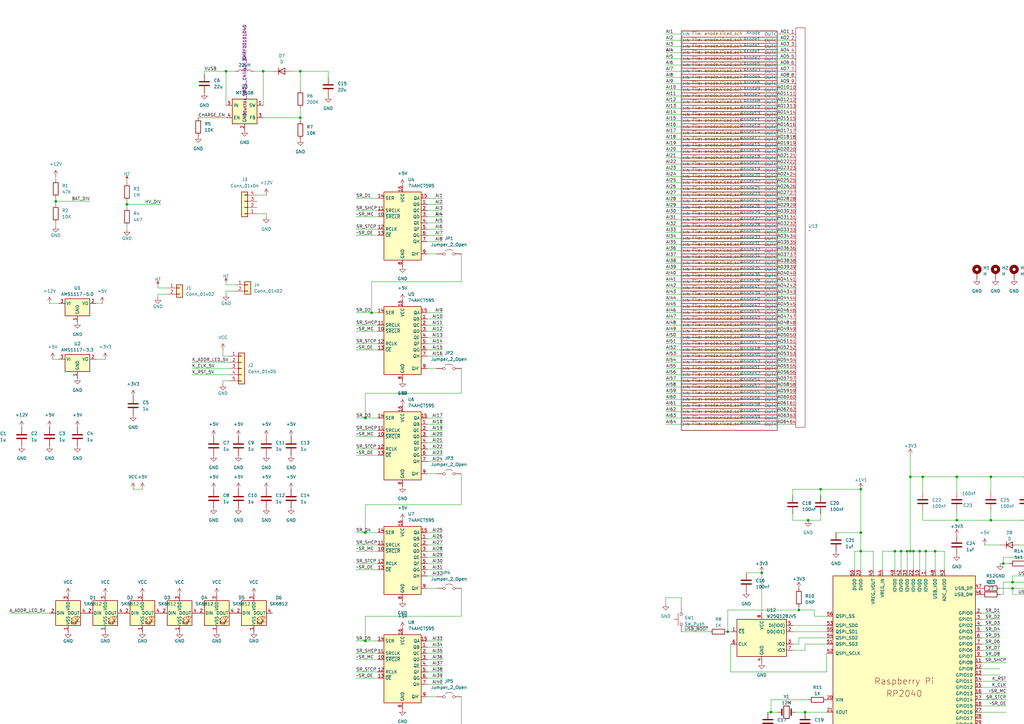
<source format=kicad_sch>
(kicad_sch (version 20231120) (generator "eeschema") (generator_version "8.0")
  (paper "A3")
  (junction (at 373.38 226.06))
  (junction (at 152.4 128.27))
  (junction (at 149.86 353.06))
  (junction (at 330.2 292.1))
  (junction (at 392.43 195.58))
  (junction (at 123.19 48.26))
  (junction (at 458.47 213.36))
  (junction (at 52.07 83.82))
  (junction (at 149.86 309.88))
  (junction (at 374.65 226.06))
  (junction (at 336.55 200.66))
  (junction (at 392.43 213.36))
  (junction (at 372.11 226.06))
  (junction (at 316.23 292.1))
  (junction (at 353.06 200.66))
  (junction (at 22.86 82.55))
  (junction (at 149.86 262.89))
  (junction (at 406.4 213.36))
  (junction (at 369.57 226.06))
  (junction (at 406.4 195.58))
  (junction (at 433.07 195.58))
  (junction (at 433.07 213.36))
  (junction (at 353.06 218.44))
  (junction (at 373.38 195.58))
  (junction (at 420.37 195.58))
  (junction (at 331.47 213.36))
  (junction (at 367.03 226.06))
  (junction (at 415.29 238.76))
  (junction (at 149.86 218.44))
  (junction (at 445.77 195.58))
  (junction (at 149.86 171.45))
  (junction (at 377.19 226.06))
  (junction (at 445.77 213.36))
  (junction (at 107.95 29.21))
  (junction (at 123.19 29.21))
  (junction (at 411.48 231.14))
  (junction (at 149.86 400.05))
  (junction (at 378.46 195.58))
  (junction (at 298.45 259.08))
  (junction (at 327.66 250.19))
  (junction (at 312.42 234.95))
  (junction (at 379.73 226.06))
  (junction (at 415.29 241.3))
  (junction (at 353.06 226.06))
  (junction (at 383.54 226.06))
  (junction (at 92.71 29.21))
  (junction (at 420.37 213.36))
  (wire (pts (xy 273.05 133.35) (xy 279.4 133.35)))
  (wire (pts (xy 279.4 248.92) (xy 279.4 245.11)))
  (wire (pts (xy 406.4 195.58) (xy 420.37 195.58)))
  (wire (pts (xy 181.61 173.99) (xy 175.26 173.99)))
  (wire (pts (xy 273.05 105.41) (xy 279.4 105.41)))
  (wire (pts (xy 318.77 118.11) (xy 323.85 118.11)))
  (wire (pts (xy 452.12 228.6) (xy 429.26 228.6)))
  (wire (pts (xy 402.59 274.32) (xy 410.21 274.32)))
  (wire (pts (xy 329.565 326.39) (xy 313.69 326.39)))
  (wire (pts (xy 318.77 115.57) (xy 323.85 115.57)))
  (wire (pts (xy 146.05 140.97) (xy 154.94 140.97)))
  (wire (pts (xy 367.03 226.06) (xy 369.57 226.06)))
  (wire (pts (xy 78.74 151.13) (xy 93.98 151.13)))
  (wire (pts (xy 318.77 158.75) (xy 323.85 158.75)))
  (wire (pts (xy 318.77 120.65) (xy 323.85 120.65)))
  (wire (pts (xy 420.37 195.58) (xy 433.07 195.58)))
  (wire (pts (xy 149.86 388.62) (xy 149.86 400.05)))
  (wire (pts (xy 445.77 209.55) (xy 445.77 213.36)))
  (wire (pts (xy 330.2 264.16) (xy 330.2 266.7)))
  (wire (pts (xy 318.77 168.91) (xy 323.85 168.91)))
  (wire (pts (xy 96.52 116.84) (xy 92.71 116.84)))
  (wire (pts (xy 123.19 48.26) (xy 123.19 49.53)))
  (wire (pts (xy 181.61 226.06) (xy 175.26 226.06)))
  (wire (pts (xy 336.55 200.66) (xy 353.06 200.66)))
  (wire (pts (xy 273.05 158.75) (xy 279.4 158.75)))
  (wire (pts (xy 189.23 104.14) (xy 189.23 115.57)))
  (wire (pts (xy 146.05 368.3) (xy 154.94 368.3)))
  (wire (pts (xy 273.05 245.11) (xy 273.05 247.65)))
  (wire (pts (xy 318.77 107.95) (xy 323.85 107.95)))
  (wire (pts (xy 318.77 100.33) (xy 323.85 100.33)))
  (wire (pts (xy 273.05 166.37) (xy 279.4 166.37)))
  (wire (pts (xy 273.05 151.13) (xy 279.4 151.13)))
  (wire (pts (xy 318.77 69.85) (xy 323.85 69.85)))
  (wire (pts (xy 327.66 261.62) (xy 339.09 261.62)))
  (wire (pts (xy 273.05 39.37) (xy 279.4 39.37)))
  (wire (pts (xy 273.05 92.71) (xy 279.4 92.71)))
  (wire (pts (xy 273.05 120.65) (xy 279.4 120.65)))
  (wire (pts (xy 318.77 72.39) (xy 323.85 72.39)))
  (wire (pts (xy 181.61 360.68) (xy 175.26 360.68)))
  (wire (pts (xy 66.04 83.82) (xy 52.07 83.82)))
  (wire (pts (xy 318.77 171.45) (xy 323.85 171.45)))
  (wire (pts (xy 273.05 44.45) (xy 279.4 44.45)))
  (wire (pts (xy 377.19 226.06) (xy 377.19 233.68)))
  (wire (pts (xy 433.07 195.58) (xy 433.07 201.93)))
  (wire (pts (xy 149.86 353.06) (xy 154.94 353.06)))
  (wire (pts (xy 175.26 194.31) (xy 179.07 194.31)))
  (wire (pts (xy 273.05 62.23) (xy 279.4 62.23)))
  (wire (pts (xy 417.83 354.33) (xy 433.07 354.33)))
  (wire (pts (xy 458.47 213.36) (xy 445.77 213.36)))
  (wire (pts (xy 369.57 226.06) (xy 369.57 233.68)))
  (wire (pts (xy 273.05 143.51) (xy 279.4 143.51)))
  (wire (pts (xy 146.05 233.68) (xy 154.94 233.68)))
  (wire (pts (xy 318.77 62.23) (xy 323.85 62.23)))
  (wire (pts (xy 64.77 121.92) (xy 64.77 120.65)))
  (wire (pts (xy 181.61 88.9) (xy 175.26 88.9)))
  (wire (pts (xy 402.59 254) (xy 410.21 254)))
  (wire (pts (xy 313.69 321.31) (xy 320.675 321.31)))
  (wire (pts (xy 273.05 95.25) (xy 279.4 95.25)))
  (wire (pts (xy 273.05 19.05) (xy 279.4 19.05)))
  (wire (pts (xy 181.61 218.44) (xy 175.26 218.44)))
  (wire (pts (xy 146.05 179.07) (xy 154.94 179.07)))
  (wire (pts (xy 452.12 243.84) (xy 415.29 243.84)))
  (wire (pts (xy 273.05 59.69) (xy 279.4 59.69)))
  (wire (pts (xy 152.4 128.27) (xy 154.94 128.27)))
  (wire (pts (xy 330.2 266.7) (xy 325.12 266.7)))
  (wire (pts (xy 318.77 16.51) (xy 323.85 16.51)))
  (wire (pts (xy 109.22 88.9) (xy 109.22 87.63)))
  (wire (pts (xy 107.95 29.21) (xy 111.76 29.21)))
  (wire (pts (xy 181.61 358.14) (xy 175.26 358.14)))
  (wire (pts (xy 318.77 163.83) (xy 323.85 163.83)))
  (wire (pts (xy 181.61 186.69) (xy 175.26 186.69)))
  (wire (pts (xy 22.86 82.55) (xy 22.86 83.82)))
  (wire (pts (xy 273.05 90.17) (xy 279.4 90.17)))
  (wire (pts (xy 181.61 325.12) (xy 175.26 325.12)))
  (wire (pts (xy 181.61 189.23) (xy 175.26 189.23)))
  (wire (pts (xy 175.26 285.75) (xy 179.07 285.75)))
  (wire (pts (xy 181.61 317.5) (xy 175.26 317.5)))
  (wire (pts (xy 298.45 250.19) (xy 298.45 259.08)))
  (wire (pts (xy 181.61 400.05) (xy 175.26 400.05)))
  (wire (pts (xy 146.05 267.97) (xy 154.94 267.97)))
  (wire (pts (xy 52.07 74.93) (xy 52.07 73.66)))
  (wire (pts (xy 181.61 273.05) (xy 175.26 273.05)))
  (wire (pts (xy 181.61 262.89) (xy 175.26 262.89)))
  (wire (pts (xy 146.05 171.45) (xy 149.86 171.45)))
  (wire (pts (xy 271.78 303.53) (xy 275.59 303.53)))
  (wire (pts (xy 417.83 307.34) (xy 402.59 307.34)))
  (wire (pts (xy 318.77 130.81) (xy 323.85 130.81)))
  (wire (pts (xy 273.05 138.43) (xy 279.4 138.43)))
  (wire (pts (xy 181.61 417.83) (xy 175.26 417.83)))
  (wire (pts (xy 39.37 147.32) (xy 43.18 147.32)))
  (wire (pts (xy 339.09 264.16) (xy 330.2 264.16)))
  (wire (pts (xy 402.59 287.02) (xy 412.75 287.02)))
  (wire (pts (xy 318.77 80.01) (xy 323.85 80.01)))
  (wire (pts (xy 318.77 29.21) (xy 323.85 29.21)))
  (wire (pts (xy 316.23 287.02) (xy 316.23 292.1)))
  (wire (pts (xy 378.46 201.93) (xy 378.46 195.58)))
  (wire (pts (xy 361.95 233.68) (xy 361.95 226.06)))
  (wire (pts (xy 373.38 226.06) (xy 374.65 226.06)))
  (wire (pts (xy 273.05 113.03) (xy 279.4 113.03)))
  (wire (pts (xy 411.48 243.84) (xy 411.48 238.76)))
  (wire (pts (xy 458.47 209.55) (xy 458.47 213.36)))
  (wire (pts (xy 78.74 153.67) (xy 93.98 153.67)))
  (wire (pts (xy 273.05 34.29) (xy 279.4 34.29)))
  (wire (pts (xy 406.4 213.36) (xy 392.43 213.36)))
  (wire (pts (xy 181.61 99.06) (xy 175.26 99.06)))
  (wire (pts (xy 318.77 133.35) (xy 323.85 133.35)))
  (wire (pts (xy 181.61 365.76) (xy 175.26 365.76)))
  (wire (pts (xy 91.44 146.05) (xy 93.98 146.05)))
  (wire (pts (xy 378.46 213.36) (xy 378.46 209.55)))
  (wire (pts (xy 273.05 69.85) (xy 279.4 69.85)))
  (wire (pts (xy 372.11 226.06) (xy 373.38 226.06)))
  (wire (pts (xy 392.43 195.58) (xy 406.4 195.58)))
  (wire (pts (xy 181.61 267.97) (xy 175.26 267.97)))
  (wire (pts (xy 445.77 195.58) (xy 458.47 195.58)))
  (wire (pts (xy 402.59 281.94) (xy 412.75 281.94)))
  (wire (pts (xy 402.59 266.7) (xy 410.21 266.7)))
  (wire (pts (xy 402.59 256.54) (xy 410.21 256.54)))
  (wire (pts (xy 181.61 265.43) (xy 175.26 265.43)))
  (wire (pts (xy 52.07 93.98) (xy 52.07 92.71)))
  (wire (pts (xy 273.05 26.67) (xy 279.4 26.67)))
  (wire (pts (xy 181.61 405.13) (xy 175.26 405.13)))
  (wire (pts (xy 189.23 252.73) (xy 149.86 252.73)))
  (wire (pts (xy 181.61 128.27) (xy 175.26 128.27)))
  (wire (pts (xy 383.54 226.06) (xy 383.54 233.68)))
  (wire (pts (xy 105.41 80.01) (xy 109.22 80.01)))
  (wire (pts (xy 181.61 130.81) (xy 175.26 130.81)))
  (wire (pts (xy 318.77 67.31) (xy 323.85 67.31)))
  (wire (pts (xy 91.44 156.21) (xy 91.44 157.48)))
  (wire (pts (xy 318.77 156.21) (xy 323.85 156.21)))
  (wire (pts (xy 415.29 238.76) (xy 452.12 238.76)))
  (wire (pts (xy 181.61 231.14) (xy 175.26 231.14)))
  (wire (pts (xy 334.01 252.73) (xy 339.09 252.73)))
  (wire (pts (xy 146.05 93.98) (xy 154.94 93.98)))
  (wire (pts (xy 406.4 195.58) (xy 406.4 201.93)))
  (wire (pts (xy 189.23 375.92) (xy 189.23 388.62)))
  (wire (pts (xy 325.12 210.82) (xy 325.12 213.36)))
  (wire (pts (xy 318.77 97.79) (xy 323.85 97.79)))
  (wire (pts (xy 410.21 243.84) (xy 411.48 243.84)))
  (wire (pts (xy 273.05 13.97) (xy 279.4 13.97)))
  (wire (pts (xy 318.77 87.63) (xy 323.85 87.63)))
  (wire (pts (xy 273.05 85.09) (xy 279.4 85.09)))
  (wire (pts (xy 279.4 245.11) (xy 273.05 245.11)))
  (wire (pts (xy 421.64 231.14) (xy 452.12 231.14)))
  (wire (pts (xy 369.57 226.06) (xy 372.11 226.06)))
  (wire (pts (xy 146.05 325.12) (xy 154.94 325.12)))
  (wire (pts (xy 433.07 293.37) (xy 453.39 293.37)))
  (wire (pts (xy 181.61 181.61) (xy 175.26 181.61)))
  (wire (pts (xy 273.05 97.79) (xy 279.4 97.79)))
  (wire (pts (xy 273.05 125.73) (xy 279.4 125.73)))
  (wire (pts (xy 406.4 209.55) (xy 406.4 213.36)))
  (wire (pts (xy 353.06 200.66) (xy 353.06 218.44)))
  (wire (pts (xy 273.05 135.89) (xy 279.4 135.89)))
  (wire (pts (xy 327.66 248.92) (xy 327.66 250.19)))
  (wire (pts (xy 152.4 115.57) (xy 152.4 128.27)))
  (wire (pts (xy 273.05 168.91) (xy 279.4 168.91)))
  (wire (pts (xy 273.05 102.87) (xy 279.4 102.87)))
  (wire (pts (xy 146.05 275.59) (xy 154.94 275.59)))
  (wire (pts (xy 318.77 77.47) (xy 323.85 77.47)))
  (wire (pts (xy 463.55 354.33) (xy 480.06 354.33)))
  (wire (pts (xy 318.77 13.97) (xy 323.85 13.97)))
  (wire (pts (xy 181.61 184.15) (xy 175.26 184.15)))
  (wire (pts (xy 318.77 143.51) (xy 323.85 143.51)))
  (wire (pts (xy 134.62 31.75) (xy 134.62 29.21)))
  (wire (pts (xy 181.61 278.13) (xy 175.26 278.13)))
  (wire (pts (xy 402.59 251.46) (xy 410.21 251.46)))
  (wire (pts (xy 318.77 110.49) (xy 323.85 110.49)))
  (wire (pts (xy 318.77 44.45) (xy 323.85 44.45)))
  (wire (pts (xy 20.32 124.46) (xy 24.13 124.46)))
  (wire (pts (xy 181.61 146.05) (xy 175.26 146.05)))
  (wire (pts (xy 285.75 303.53) (xy 294.64 303.53)))
  (wire (pts (xy 123.19 29.21) (xy 123.19 36.83)))
  (wire (pts (xy 318.77 74.93) (xy 323.85 74.93)))
  (wire (pts (xy 189.23 151.13) (xy 189.23 161.29)))
  (wire (pts (xy 175.26 151.13) (xy 179.07 151.13)))
  (wire (pts (xy 273.05 46.99) (xy 279.4 46.99)))
  (wire (pts (xy 336.55 213.36) (xy 336.55 210.82)))
  (wire (pts (xy 181.61 309.88) (xy 175.26 309.88)))
  (wire (pts (xy 392.43 213.36) (xy 378.46 213.36)))
  (wire (pts (xy 374.65 226.06) (xy 374.65 233.68)))
  (wire (pts (xy 146.05 309.88) (xy 149.86 309.88)))
  (wire (pts (xy 24.13 147.32) (xy 21.59 147.32)))
  (wire (pts (xy 273.05 31.75) (xy 279.4 31.75)))
  (wire (pts (xy 402.59 320.04) (xy 415.29 320.04)))
  (wire (pts (xy 402.59 269.24) (xy 410.21 269.24)))
  (wire (pts (xy 181.61 275.59) (xy 175.26 275.59)))
  (wire (pts (xy 318.77 173.99) (xy 323.85 173.99)))
  (wire (pts (xy 149.86 341.63) (xy 149.86 353.06)))
  (wire (pts (xy 146.05 322.58) (xy 154.94 322.58)))
  (wire (pts (xy 146.05 143.51) (xy 154.94 143.51)))
  (wire (pts (xy 181.61 327.66) (xy 175.26 327.66)))
  (wire (pts (xy 325.12 200.66) (xy 336.55 200.66)))
  (wire (pts (xy 403.86 223.52) (xy 410.21 223.52)))
  (wire (pts (xy 146.05 133.35) (xy 154.94 133.35)))
  (wire (pts (xy 318.77 24.13) (xy 323.85 24.13)))
  (wire (pts (xy 421.64 228.6) (xy 411.48 228.6)))
  (wire (pts (xy 146.05 360.68) (xy 154.94 360.68)))
  (wire (pts (xy 3.81 251.46) (xy 20.32 251.46)))
  (wire (pts (xy 92.71 43.18) (xy 92.71 29.21)))
  (wire (pts (xy 119.38 29.21) (xy 123.19 29.21)))
  (wire (pts (xy 189.23 341.63) (xy 149.86 341.63)))
  (wire (pts (xy 415.29 243.84) (xy 415.29 241.3)))
  (wire (pts (xy 318.77 57.15) (xy 323.85 57.15)))
  (wire (pts (xy 318.77 31.75) (xy 323.85 31.75)))
  (wire (pts (xy 146.05 223.52) (xy 154.94 223.52)))
  (wire (pts (xy 149.86 262.89) (xy 154.94 262.89)))
  (wire (pts (xy 326.39 292.1) (xy 330.2 292.1)))
  (wire (pts (xy 336.55 200.66) (xy 336.55 203.2)))
  (wire (pts (xy 181.61 179.07) (xy 175.26 179.07)))
  (wire (pts (xy 358.14 226.06) (xy 353.06 226.06)))
  (wire (pts (xy 367.03 226.06) (xy 367.03 233.68)))
  (wire (pts (xy 181.61 143.51) (xy 175.26 143.51)))
  (wire (pts (xy 318.77 128.27) (xy 323.85 128.27)))
  (wire (pts (xy 329.565 316.23) (xy 329.565 326.39)))
  (wire (pts (xy 273.05 123.19) (xy 279.4 123.19)))
  (wire (pts (xy 146.05 231.14) (xy 154.94 231.14)))
  (wire (pts (xy 325.12 256.54) (xy 339.09 256.54)))
  (wire (pts (xy 468.63 293.37) (xy 481.33 293.37)))
  (wire (pts (xy 146.05 400.05) (xy 149.86 400.05)))
  (wire (pts (xy 318.77 102.87) (xy 323.85 102.87)))
  (wire (pts (xy 181.61 320.04) (xy 175.26 320.04)))
  (wire (pts (xy 339.09 275.59) (xy 299.72 275.59)))
  (wire (pts (xy 314.96 292.1) (xy 316.23 292.1)))
  (wire (pts (xy 273.05 49.53) (xy 279.4 49.53)))
  (wire (pts (xy 331.47 328.93) (xy 331.47 318.77)))
  (wire (pts (xy 181.61 96.52) (xy 175.26 96.52)))
  (wire (pts (xy 273.05 130.81) (xy 279.4 130.81)))
  (wire (pts (xy 420.37 209.55) (xy 420.37 213.36)))
  (wire (pts (xy 149.86 252.73) (xy 149.86 262.89)))
  (wire (pts (xy 189.23 332.74) (xy 189.23 341.63)))
  (wire (pts (xy 39.37 124.46) (xy 41.91 124.46)))
  (wire (pts (xy 273.05 87.63) (xy 279.4 87.63)))
  (wire (pts (xy 273.05 171.45) (xy 279.4 171.45)))
  (wire (pts (xy 273.05 118.11) (xy 279.4 118.11)))
  (wire (pts (xy 181.61 86.36) (xy 175.26 86.36)))
  (wire (pts (xy 392.43 209.55) (xy 392.43 213.36)))
  (wire (pts (xy 318.77 52.07) (xy 323.85 52.07)))
  (wire (pts (xy 402.59 276.86) (xy 410.21 276.86)))
  (wire (pts (xy 433.07 209.55) (xy 433.07 213.36)))
  (wire (pts (xy 299.72 275.59) (xy 299.72 264.16)))
  (wire (pts (xy 318.77 26.67) (xy 323.85 26.67)))
  (wire (pts (xy 318.77 82.55) (xy 323.85 82.55)))
  (wire (pts (xy 273.05 82.55) (xy 279.4 82.55)))
  (wire (pts (xy 109.22 87.63) (xy 105.41 87.63)))
  (wire (pts (xy 273.05 140.97) (xy 279.4 140.97)))
  (wire (pts (xy 64.77 120.65) (xy 68.58 120.65)))
  (wire (pts (xy 318.77 105.41) (xy 323.85 105.41)))
  (wire (pts (xy 273.05 21.59) (xy 279.4 21.59)))
  (wire (pts (xy 273.05 146.05) (xy 279.4 146.05)))
  (wire (pts (xy 318.77 113.03) (xy 323.85 113.03)))
  (wire (pts (xy 273.05 163.83) (xy 279.4 163.83)))
  (wire (pts (xy 146.05 314.96) (xy 154.94 314.96)))
  (wire (pts (xy 107.95 48.26) (xy 123.19 48.26)))
  (wire (pts (xy 316.23 287.02) (xy 331.47 287.02)))
  (wire (pts (xy 402.59 261.62) (xy 410.21 261.62)))
  (wire (pts (xy 353.06 226.06) (xy 353.06 233.68)))
  (wire (pts (xy 402.59 271.78) (xy 412.75 271.78)))
  (wire (pts (xy 83.82 29.21) (xy 92.71 29.21)))
  (wire (pts (xy 378.46 195.58) (xy 392.43 195.58)))
  (wire (pts (xy 373.38 195.58) (xy 378.46 195.58)))
  (wire (pts (xy 181.61 171.45) (xy 175.26 171.45)))
  (wire (pts (xy 189.23 388.62) (xy 149.86 388.62)))
  (wire (pts (xy 181.61 140.97) (xy 175.26 140.97)))
  (wire (pts (xy 181.61 236.22) (xy 175.26 236.22)))
  (wire (pts (xy 402.59 279.4) (xy 412.75 279.4)))
  (wire (pts (xy 411.48 238.76) (xy 415.29 238.76)))
  (wire (pts (xy 318.77 123.19) (xy 323.85 123.19)))
  (wire (pts (xy 181.61 410.21) (xy 175.26 410.21)))
  (wire (pts (xy 181.61 138.43) (xy 175.26 138.43)))
  (wire (pts (xy 146.05 262.89) (xy 149.86 262.89)))
  (wire (pts (xy 54.61 200.66) (xy 58.42 200.66)))
  (wire (pts (xy 331.47 213.36) (xy 336.55 213.36)))
  (wire (pts (xy 318.77 59.69) (xy 323.85 59.69)))
  (wire (pts (xy 92.71 119.38) (xy 96.52 119.38)))
  (wire (pts (xy 93.98 156.21) (xy 91.44 156.21)))
  (wire (pts (xy 78.74 148.59) (xy 93.98 148.59)))
  (wire (pts (xy 146.05 176.53) (xy 154.94 176.53)))
  (wire (pts (xy 374.65 226.06) (xy 377.19 226.06)))
  (wire (pts (xy 279.4 259.08) (xy 290.83 259.08)))
  (wire (pts (xy 318.77 46.99) (xy 323.85 46.99)))
  (wire (pts (xy 146.05 184.15) (xy 154.94 184.15)))
  (wire (pts (xy 181.61 223.52) (xy 175.26 223.52)))
  (wire (pts (xy 334.01 250.19) (xy 334.01 252.73)))
  (wire (pts (xy 273.05 128.27) (xy 279.4 128.27)))
  (wire (pts (xy 458.47 195.58) (xy 458.47 201.93)))
  (wire (pts (xy 273.05 52.07) (xy 279.4 52.07)))
  (wire (pts (xy 372.11 226.06) (xy 372.11 233.68)))
  (wire (pts (xy 68.58 118.11) (xy 64.77 118.11)))
  (wire (pts (xy 316.23 292.1) (xy 318.77 292.1)))
  (wire (pts (xy 327.66 264.16) (xy 327.66 261.62)))
  (wire (pts (xy 181.61 353.06) (xy 175.26 353.06)))
  (wire (pts (xy 146.05 128.27) (xy 152.4 128.27)))
  (wire (pts (xy 189.23 115.57) (xy 152.4 115.57)))
  (wire (pts (xy 92.71 120.65) (xy 92.71 119.38)))
  (wire (pts (xy 411.48 231.14) (xy 414.02 231.14)))
  (wire (pts (xy 273.05 74.93) (xy 279.4 74.93)))
  (wire (pts (xy 383.54 226.06) (xy 387.35 226.06)))
  (wire (pts (xy 149.86 299.72) (xy 149.86 309.88)))
  (wire (pts (xy 392.43 195.58) (xy 392.43 201.93)))
  (wire (pts (xy 22.86 73.66) (xy 22.86 72.39)))
  (wire (pts (xy 312.42 234.95) (xy 306.07 234.95)))
  (wire (pts (xy 181.61 363.22) (xy 175.26 363.22)))
  (wire (pts (xy 445.77 213.36) (xy 433.07 213.36)))
  (wire (pts (xy 181.61 135.89) (xy 175.26 135.89)))
  (wire (pts (xy 146.05 88.9) (xy 154.94 88.9)))
  (wire (pts (xy 318.77 54.61) (xy 323.85 54.61)))
  (wire (pts (xy 149.86 161.29) (xy 149.86 171.45)))
  (wire (pts (xy 273.05 115.57) (xy 279.4 115.57)))
  (wire (pts (xy 149.86 218.44) (xy 154.94 218.44)))
  (wire (pts (xy 146.05 365.76) (xy 154.94 365.76)))
  (wire (pts (xy 318.77 135.89) (xy 323.85 135.89)))
  (wire (pts (xy 92.71 29.21) (xy 96.52 29.21)))
  (wire (pts (xy 433.07 195.58) (xy 445.77 195.58)))
  (wire (pts (xy 415.29 241.3) (xy 452.12 241.3)))
  (wire (pts (xy 146.05 86.36) (xy 154.94 86.36)))
  (wire (pts (xy 273.05 54.61) (xy 279.4 54.61)))
  (wire (pts (xy 146.05 407.67) (xy 154.94 407.67)))
  (wire (pts (xy 318.77 64.77) (xy 323.85 64.77)))
  (wire (pts (xy 325.12 203.2) (xy 325.12 200.66)))
  (wire (pts (xy 318.77 153.67) (xy 323.85 153.67)))
  (wire (pts (xy 181.61 91.44) (xy 175.26 91.44)))
  (wire (pts (xy 273.05 110.49) (xy 279.4 110.49)))
  (wire (pts (xy 331.47 318.77) (xy 339.09 318.77)))
  (wire (pts (xy 181.61 93.98) (xy 175.26 93.98)))
  (wire (pts (xy 402.59 292.1) (xy 412.75 292.1)))
  (wire (pts (xy 339.09 316.23) (xy 329.565 316.23)))
  (wire (pts (xy 149.86 400.05) (xy 154.94 400.05)))
  (wire (pts (xy 22.86 92.71) (xy 22.86 91.44)))
  (wire (pts (xy 318.77 146.05) (xy 323.85 146.05)))
  (wire (pts (xy 146.05 405.13) (xy 154.94 405.13)))
  (wire (pts (xy 318.77 140.97) (xy 323.85 140.97)))
  (wire (pts (xy 273.05 16.51) (xy 279.4 16.51)))
  (wire (pts (xy 181.61 81.28) (xy 175.26 81.28)))
  (wire (pts (xy 149.86 207.01) (xy 149.86 218.44)))
  (wire (pts (xy 318.77 92.71) (xy 323.85 92.71)))
  (wire (pts (xy 181.61 407.67) (xy 175.26 407.67)))
  (wire (pts (xy 146.05 270.51) (xy 154.94 270.51)))
  (wire (pts (xy 175.26 241.3) (xy 179.07 241.3)))
  (wire (pts (xy 181.61 368.3) (xy 175.26 368.3)))
  (wire (pts (xy 273.05 72.39) (xy 279.4 72.39)))
  (wire (pts (xy 353.06 226.06) (xy 350.52 226.06)))
  (wire (pts (xy 273.05 161.29) (xy 279.4 161.29)))
  (wire (pts (xy 181.61 314.96) (xy 175.26 314.96)))
  (wire (pts (xy 189.23 299.72) (xy 149.86 299.72)))
  (wire (pts (xy 373.38 186.69) (xy 373.38 195.58)))
  (wire (pts (xy 273.05 67.31) (xy 279.4 67.31)))
  (wire (pts (xy 175.26 104.14) (xy 179.07 104.14)))
  (wire (pts (xy 318.77 85.09) (xy 323.85 85.09)))
  (wire (pts (xy 330.2 292.1) (xy 339.09 292.1)))
  (wire (pts (xy 91.44 146.05) (xy 91.44 143.51)))
  (wire (pts (xy 146.05 226.06) (xy 154.94 226.06)))
  (wire (pts (xy 318.77 95.25) (xy 323.85 95.25)))
  (wire (pts (xy 318.77 148.59) (xy 323.85 148.59)))
  (wire (pts (xy 146.05 278.13) (xy 154.94 278.13)))
  (wire (pts (xy 445.77 195.58) (xy 445.77 201.93)))
  (wire (pts (xy 181.61 312.42) (xy 175.26 312.42)))
  (wire (pts (xy 181.61 176.53) (xy 175.26 176.53)))
  (wire (pts (xy 181.61 415.29) (xy 175.26 415.29)))
  (wire (pts (xy 325.12 259.08) (xy 339.09 259.08)))
  (wire (pts (xy 358.14 233.68) (xy 358.14 226.06)))
  (wire (pts (xy 189.23 161.29) (xy 149.86 161.29)))
  (wire (pts (xy 146.05 353.06) (xy 149.86 353.06)))
  (wire (pts (xy 379.73 226.06) (xy 383.54 226.06)))
  (wire (pts (xy 146.05 186.69) (xy 154.94 186.69)))
  (wire (pts (xy 402.59 264.16) (xy 410.21 264.16)))
  (wire (pts (xy 318.77 138.43) (xy 323.85 138.43)))
  (wire (pts (xy 273.05 107.95) (xy 279.4 107.95)))
  (wire (pts (xy 81.28 48.26) (xy 92.71 48.26)))
  (wire (pts (xy 189.23 194.31) (xy 189.23 207.01)))
  (wire (pts (xy 361.95 226.06) (xy 367.03 226.06)))
  (wire (pts (xy 181.61 355.6) (xy 175.26 355.6)))
  (wire (pts (xy 350.52 226.06) (xy 350.52 233.68)))
  (wire (pts (xy 273.05 29.21) (xy 279.4 29.21)))
  (wire (pts (xy 175.26 375.92) (xy 179.07 375.92)))
  (wire (pts (xy 402.59 259.08) (xy 410.21 259.08)))
  (wire (pts (xy 318.77 49.53) (xy 323.85 49.53)))
  (wire (pts (xy 420.37 213.36) (xy 406.4 213.36)))
  (wire (pts (xy 353.06 218.44) (xy 353.06 226.06)))
  (wire (pts (xy 146.05 412.75) (xy 154.94 412.75)))
  (wire (pts (xy 181.61 412.75) (xy 175.26 412.75)))
  (wire (pts (xy 104.14 29.21) (xy 107.95 29.21)))
  (wire (pts (xy 123.19 48.26) (xy 123.19 44.45)))
  (wire (pts (xy 433.07 213.36) (xy 420.37 213.36)))
  (wire (pts (xy 181.61 370.84) (xy 175.26 370.84)))
  (wire (pts (xy 181.61 233.68) (xy 175.26 233.68)))
  (wire (pts (xy 273.05 80.01) (xy 279.4 80.01)))
  (wire (pts (xy 318.77 21.59) (xy 323.85 21.59)))
  (wire (pts (xy 149.86 309.88) (xy 154.94 309.88)))
  (wire (pts (xy 411.48 228.6) (xy 411.48 231.14)))
  (wire (pts (xy 417.83 309.88) (xy 402.59 309.88)))
  (wire (pts (xy 22.86 81.28) (xy 22.86 82.55)))
  (wire (pts (xy 181.61 280.67) (xy 175.26 280.67)))
  (wire (pts (xy 410.21 231.14) (xy 411.48 231.14)))
  (wire (pts (xy 327.66 250.19) (xy 298.45 250.19)))
  (wire (pts (xy 318.77 39.37) (xy 323.85 39.37)))
  (wire (pts (xy 325.12 264.16) (xy 327.66 264.16)))
  (wire (pts (xy 146.05 317.5) (xy 154.94 317.5)))
  (wire (pts (xy 312.42 234.95) (xy 312.42 251.46)))
  (wire (pts (xy 452.12 223.52) (xy 417.83 223.52)))
  (wire (pts (xy 175.26 332.74) (xy 179.07 332.74)))
  (wire (pts (xy 318.77 36.83) (xy 323.85 36.83)))
  (wire (pts (xy 189.23 285.75) (xy 189.23 299.72)))
  (wire (pts (xy 189.23 241.3) (xy 189.23 252.73)))
  (wire (pts (xy 318.77 90.17) (xy 323.85 90.17)))
  (wire (pts (xy 298.45 259.08) (xy 299.72 259.08)))
  (wire (pts (xy 402.59 284.48) (xy 412.75 284.48)))
  (wire (pts (xy 273.05 24.13) (xy 279.4 24.13)))
  (wire (pts (xy 273.05 100.33) (xy 279.4 100.33)))
  (wire (pts (xy 146.05 358.14) (xy 154.94 358.14)))
  (wire (pts (xy 181.61 402.59) (xy 175.26 402.59)))
  (wire (pts (xy 146.05 218.44) (xy 149.86 218.44)))
  (wire (pts (xy 107.95 29.21) (xy 107.95 43.18)))
  (wire (pts (xy 146.05 96.52) (xy 154.94 96.52)))
  (wire (pts (xy 52.07 83.82) (xy 52.07 85.09)))
  (wire (pts (xy 458.47 285.75) (xy 481.33 285.75)))
  (wire (pts (xy 134.62 29.21) (xy 123.19 29.21)))
  (wire (pts (xy 318.77 151.13) (xy 323.85 151.13)))
  (wire (pts (xy 181.61 83.82) (xy 175.26 83.82)))
  (wire (pts (xy 181.61 220.98) (xy 175.26 220.98)))
  (wire (pts (xy 52.07 82.55) (xy 52.07 83.82)))
  (wire (pts (xy 146.05 81.28) (xy 154.94 81.28)))
  (wire (pts (xy 318.77 166.37) (xy 323.85 166.37)))
  (wire (pts (xy 146.05 135.89) (xy 154.94 135.89)))
  (wire (pts (xy 181.61 228.6) (xy 175.26 228.6)))
  (wire (pts (xy 452.12 236.22) (xy 415.29 236.22)))
  (wire (pts (xy 420.37 195.58) (xy 420.37 201.93)))
  (wire (pts (xy 273.05 36.83) (xy 279.4 36.83)))
  (wire (pts (xy 92.71 116.84) (xy 92.71 115.57)))
  (wire (pts (xy 273.05 156.21) (xy 279.4 156.21)))
  (wire (pts (xy 83.82 30.48) (xy 83.82 29.21)))
  (wire (pts (xy 273.05 57.15) (xy 279.4 57.15)))
  (wire (pts (xy 318.77 34.29) (xy 323.85 34.29)))
  (wire (pts (xy 181.61 133.35) (xy 175.26 133.35)))
  (wire (pts (xy 318.77 125.73) (xy 323.85 125.73)))
  (wire (pts (xy 273.05 153.67) (xy 279.4 153.67)))
  (wire (pts (xy 379.73 226.06) (xy 379.73 233.68)))
  (wire (pts (xy 318.77 41.91) (xy 323.85 41.91)))
  (wire (pts (xy 415.29 236.22) (xy 415.29 238.76)))
  (wire (pts (xy 273.05 148.59) (xy 279.4 148.59)))
  (wire (pts (xy 342.9 218.44) (xy 353.06 218.44)))
  (wire (pts (xy 64.77 118.11) (xy 64.77 116.84)))
  (wire (pts (xy 146.05 415.29) (xy 154.94 415.29)))
  (wire (pts (xy 402.59 289.56) (xy 412.75 289.56)))
  (wire (pts (xy 313.69 328.93) (xy 331.47 328.93)))
  (wire (pts (xy 149.86 171.45) (xy 154.94 171.45)))
  (wire (pts (xy 36.83 82.55) (xy 22.86 82.55)))
  (wire (pts (xy 410.21 241.3) (xy 415.29 241.3)))
  (wire (pts (xy 334.01 250.19) (xy 327.66 250.19)))
  (wire (pts (xy 273.05 77.47) (xy 279.4 77.47)))
  (wire (pts (xy 273.05 173.99) (xy 279.4 173.99)))
  (wire (pts (xy 377.19 226.06) (xy 379.73 226.06)))
  (wire (pts (xy 412.75 364.49) (xy 427.99 364.49)))
  (wire (pts (xy 318.77 19.05) (xy 323.85 19.05)))
  (wire (pts (xy 339.09 267.97) (xy 339.09 275.59)))
  (wire (pts (xy 458.47 364.49) (xy 480.06 364.49)))
  (wire (pts (xy 181.61 270.51) (xy 175.26 270.51)))
  (wire (pts (xy 273.05 41.91) (xy 279.4 41.91)))
  (wire (pts (xy 181.61 322.58) (xy 175.26 322.58)))
  (wire (pts (xy 318.77 161.29) (xy 323.85 161.29)))
  (wire (pts (xy 189.23 207.01) (xy 149.86 207.01)))
  (wire (pts (xy 443.23 285.75) (xy 433.07 285.75)))
  (wire (pts (xy 387.35 226.06) (xy 387.35 233.68)))
  (wire (pts (xy 273.05 64.77) (xy 279.4 64.77)))
  (wire (pts (xy 373.38 195.58) (xy 373.38 226.06)))
  (wire (pts (xy 325.12 213.36) (xy 331.47 213.36)))
  (label "AI11" (at 181.61 133.35 180))
  (label "AI32" (at 181.61 236.22 180))
  (label "SR_D1" (at 146.05 81.28 0))
  (label "AO26" (at 323.85 77.47 180))
  (label "AI2" (at 273.05 16.51 0))
  (label "BAT_DIV" (at 36.83 82.55 180))
  (label "AO15" (at 323.85 49.53 180))
  (label "~SR_OE" (at 146.05 325.12 0))
  (label "AI39" (at 273.05 110.49 0))
  (label "AO23" (at 323.85 69.85 180))
  (label "~SR_OE" (at 146.05 368.3 0))
  (label "AI39" (at 181.61 278.13 180))
  (label "AI20" (at 181.61 179.07 180))
  (label "AI13" (at 181.61 138.43 180))
  (label "AI58" (at 181.61 402.59 180))
  (label "K_CLK_5V" (at 481.33 293.37 180))
  (label "AO4" (at 323.85 21.59 180))
  (label "AO5" (at 323.85 24.13 180))
  (label "A_ADDR_LED" (at 417.83 309.88 180))
  (label "~{USB_BOOT}" (at 280.67 259.08 0))
  (label "AO40" (at 323.85 113.03 180))
  (label "~SR_MC" (at 412.75 284.48 180))
  (label "AI24" (at 273.05 72.39 0))
  (label "AI46" (at 181.61 322.58 180))
  (label "SR_D2" (at 146.05 128.27 0))
  (label "AO11" (at 323.85 39.37 180))
  (label "AI45" (at 181.61 320.04 180))
  (label "SR_D3" (at 146.05 171.45 0))
  (label "AI35" (at 273.05 100.33 0))
  (label "AI49" (at 181.61 353.06 180))
  (label "K_ADDR_LED" (at 417.83 307.34 180))
  (label "SR_D4" (at 410.21 259.08 180))
  (label "AI19" (at 273.05 59.69 0))
  (label "AO2" (at 323.85 16.51 180))
  (label "AI64" (at 273.05 173.99 0))
  (label "AI50" (at 181.61 355.6 180))
  (label "~SR_OE" (at 146.05 233.68 0))
  (label "SR_D5" (at 410.21 261.62 180))
  (label "SR_STCP" (at 146.05 184.15 0))
  (label "AO34" (at 323.85 97.79 180))
  (label "AI5" (at 181.61 91.44 180))
  (label "AI50" (at 273.05 138.43 0))
  (label "SR_D1" (at 410.21 251.46 180))
  (label "A_ADDR_LED_5V" (at 3.81 251.46 0))
  (label "AI55" (at 181.61 368.3 180))
  (label "AI28" (at 181.61 226.06 180))
  (label "SR_SHCP" (at 146.05 176.53 0))
  (label "AO31" (at 323.85 90.17 180))
  (label "AO36" (at 323.85 102.87 180))
  (label "AI1" (at 181.61 81.28 180))
  (label "AO22" (at 323.85 67.31 180))
  (label "AO16" (at 323.85 52.07 180))
  (label "AO32" (at 323.85 92.71 180))
  (label "AI20" (at 273.05 62.23 0))
  (label "AI11" (at 273.05 39.37 0))
  (label "AO58" (at 323.85 158.75 180))
  (label "AO41" (at 323.85 115.57 180))
  (label "SR_SHCP" (at 146.05 267.97 0))
  (label "AI29" (at 273.05 85.09 0))
  (label "AI30" (at 181.61 231.14 180))
  (label "AI37" (at 273.05 105.41 0))
  (label "~SR_OE" (at 146.05 96.52 0))
  (label "AO12" (at 323.85 41.91 180))
  (label "AI8" (at 181.61 99.06 180))
  (label "AI33" (at 273.05 95.25 0))
  (label "AO29" (at 323.85 85.09 180))
  (label "AI48" (at 273.05 133.35 0))
  (label "AO44" (at 323.85 123.19 180))
  (label "AI12" (at 273.05 41.91 0))
  (label "AO38" (at 323.85 107.95 180))
  (label "AO9" (at 323.85 34.29 180))
  (label "HV_DIV" (at 66.04 83.82 180))
  (label "~SR_OE" (at 146.05 186.69 0))
  (label "AO35" (at 323.85 100.33 180))
  (label "AI14" (at 181.61 140.97 180))
  (label "AO18" (at 323.85 57.15 180))
  (label "AI10" (at 273.05 36.83 0))
  (label "AI25" (at 273.05 74.93 0))
  (label "AI58" (at 273.05 158.75 0))
  (label "~SR_OE" (at 412.75 289.56 180))
  (label "AI3" (at 181.61 86.36 180))
  (label "AO51" (at 323.85 140.97 180))
  (label "AI2" (at 181.61 83.82 180))
  (label "USB_D+" (at 425.45 243.84 180))
  (label "AI62" (at 273.05 168.91 0))
  (label "HV_DIV" (at 414.02 320.04 180))
  (label "AO27" (at 323.85 80.01 180))
  (label "AO30" (at 323.85 87.63 180))
  (label "~SR_OE" (at 146.05 415.29 0))
  (label "AI7" (at 273.05 29.21 0))
  (label "SR_D7" (at 410.21 266.7 180))
  (label "AI37" (at 181.61 273.05 180))
  (label "AI38" (at 273.05 107.95 0))
  (label "AO54" (at 323.85 148.59 180))
  (label "AO55" (at 323.85 151.13 180))
  (label "AI16" (at 181.61 146.05 180))
  (label "AO19" (at 323.85 59.69 180))
  (label "AO20" (at 323.85 62.23 180))
  (label "AO64" (at 323.85 173.99 180))
  (label "AI22" (at 273.05 67.31 0))
  (label "K_ADDR_LED_5V" (at 480.06 354.33 180))
  (label "AO3" (at 323.85 19.05 180))
  (label "SR_D8" (at 146.05 400.05 0))
  (label "K_RST" (at 412.75 279.4 180))
  (label "AI42" (at 273.05 118.11 0))
  (label "AO42" (at 323.85 118.11 180))
  (label "AI62" (at 181.61 412.75 180))
  (label "AI15" (at 181.61 143.51 180))
  (label "AO1" (at 323.85 13.97 180))
  (label "RST" (at 294.64 303.53 180))
  (label "VUSB" (at 83.82 29.21 0))
  (label "AI22" (at 181.61 184.15 180))
  (label "AI43" (at 181.61 314.96 180))
  (label "AO61" (at 323.85 166.37 180))
  (label "AI21" (at 181.61 181.61 180))
  (label "AO28" (at 323.85 82.55 180))
  (label "K_RST_5V" (at 78.74 153.67 0))
  (label "~SR_MC" (at 146.05 270.51 0))
  (label "AI17" (at 273.05 54.61 0))
  (label "AI26" (at 273.05 77.47 0))
  (label "SR_SHCP" (at 412.75 271.78 180))
  (label "AO52" (at 323.85 143.51 180))
  (label "SR_STCP" (at 146.05 275.59 0))
  (label "K_RST" (at 433.07 285.75 0))
  (label "AI4" (at 273.05 21.59 0))
  (label "AI34" (at 273.05 97.79 0))
  (label "K_RST_5V" (at 481.33 285.75 180))
  (label "SR_STCP" (at 412.75 287.02 180))
  (label "SR_SHCP" (at 146.05 133.35 0))
  (label "AI6" (at 273.05 26.67 0))
  (label "AI5" (at 273.05 24.13 0))
  (label "AI56" (at 181.61 370.84 180))
  (label "AI44" (at 181.61 317.5 180))
  (label "USB_D-" (at 425.45 236.22 180))
  (label "AI35" (at 181.61 267.97 180))
  (label "AO24" (at 323.85 72.39 180))
  (label "~SR_OE" (at 146.05 143.51 0))
  (label "A_ADDR_LED" (at 412.75 364.49 0))
  (label "RST" (at 339.09 304.8 180))
  (label "SR_STCP" (at 146.05 322.58 0))
  (label "AI44" (at 273.05 123.19 0))
  (label "AO50" (at 323.85 138.43 180))
  (label "AI47" (at 181.61 325.12 180))
  (label "AI57" (at 181.61 400.05 180))
  (label "~SR_MC" (at 146.05 135.89 0))
  (label "A_ADDR_LED_5V" (at 480.06 364.49 180))
  (label "AO7" (at 323.85 29.21 180))
  (label "SR_STCP" (at 146.05 140.97 0))
  (label "AI45" (at 273.05 125.73 0))
  (label "SR_SHCP" (at 146.05 86.36 0))
  (label "AO43" (at 323.85 120.65 180))
  (label "AI43" (at 273.05 120.65 0))
  (label "AI57" (at 273.05 156.21 0))
  (label "AI59" (at 181.61 405.13 180))
  (label "AI18" (at 181.61 173.99 180))
  (label "AI4" (at 181.61 88.9 180))
  (label "CHARGE_EN" (at 417.83 312.42 180))
  (label "AI29" (at 181.61 228.6 180))
  (label "AO14" (at 323.85 46.99 180))
  (label "AI51" (at 273.05 140.97 0))
  (label "AI14" (at 273.05 46.99 0))
  (label "AI36" (at 181.61 270.51 180))
  (label "AO6" (at 323.85 26.67 180))
  (label "AO63" (at 323.85 171.45 180))
  (label "AI27" (at 273.05 80.01 0))
  (label "AI55" (at 273.05 151.13 0))
  (label "AI53" (at 273.05 146.05 0))
  (label "AI60" (at 273.05 163.83 0))
  (label "BAT_DIV" (at 414.02 322.58 180))
  (label "SR_D6" (at 146.05 309.88 0))
  (label "AI16" (at 273.05 52.07 0))
  (label "AI27" (at 181.61 223.52 180))
  (label "AI15" (at 273.05 49.53 0))
  (label "SR_STCP" (at 146.05 412.75 0))
  (label "AO25" (at 323.85 74.93 180))
  (label "AI61" (at 273.05 166.37 0))
  (label "AI23" (at 181.61 186.69 180))
  (label "CHARGE_EN" (at 81.28 48.26 0))
  (label "AO39" (at 323.85 110.49 180))
  (label "AI7" (at 181.61 96.52 180))
  (label "AI31" (at 181.61 233.68 180))
  (label "AI46" (at 273.05 128.27 0))
  (label "~SR_MC" (at 146.05 360.68 0))
  (label "AI48" (at 181.61 327.66 180))
  (label "AI25" (at 181.61 218.44 180))
  (label "AI41" (at 181.61 309.88 180))
  (label "AI40" (at 181.61 280.67 180))
  (label "AI18" (at 273.05 57.15 0))
  (label "AI59" (at 273.05 161.29 0))
  (label "K_CLK_5V" (at 78.74 151.13 0))
  (label "K_CLK" (at 433.07 293.37 0))
  (label "~SR_MC" (at 146.05 317.5 0))
  (label "AI64" (at 181.61 417.83 180))
  (label "AO48" (at 323.85 133.35 180))
  (label "SR_D6" (at 410.21 264.16 180))
  (label "AI41" (at 273.05 115.57 0))
  (label "AI51" (at 181.61 358.14 180))
  (label "~SR_MC" (at 146.05 179.07 0))
  (label "AI40" (at 273.05 113.03 0))
  (label "SR_STCP" (at 146.05 93.98 0))
  (label "SR_SHCP" (at 146.05 405.13 0))
  (label "AO60" (at 323.85 163.83 180))
  (label "AO17" (at 323.85 54.61 180))
  (label "AO8" (at 323.85 31.75 180))
  (label "AI26" (at 181.61 220.98 180))
  (label "AI42" (at 181.61 312.42 180))
  (label "AI3" (at 273.05 19.05 0))
  (label "SR_D3" (at 410.21 256.54 180))
  (label "SR_SHCP" (at 146.05 223.52 0))
  (label "AI8" (at 273.05 31.75 0))
  (label "AO47" (at 323.85 130.81 180))
  (label "AI10" (at 181.61 130.81 180))
  (label "AO45" (at 323.85 125.73 180))
  (label "AI30" (at 273.05 87.63 0))
  (label "SR_STCP" (at 146.05 231.14 0))
  (label "AI63" (at 181.61 415.29 180))
  (label "AI56" (at 273.05 153.67 0))
  (label "RST" (at 318.135 321.31 180))
  (label "~SR_MC" (at 146.05 407.67 0))
  (label "SR_D8" (at 410.21 269.24 180))
  (label "AI13" (at 273.05 44.45 0))
  (label "AI31" (at 273.05 90.17 0))
  (label "VUSB" (at 421.64 223.52 0))
  (label "AI54" (at 181.61 365.76 180))
  (label "AI4" (at 181.61 88.9 180))
  (label "AI52" (at 181.61 360.68 180))
  (label "AO33" (at 323.85 95.25 180))
  (label "K_ADDR_LED" (at 417.83 354.33 0))
  (label "AO37" (at 323.85 105.41 180))
  (label "SR_D2" (at 410.21 254 180))
  (label "AI1" (at 273.05 13.97 0))
  (label "AO46" (at 323.85 128.27 180))
  (label "AI47" (at 273.05 130.81 0))
  (label "AI9" (at 181.61 128.27 180))
  (label "AI38" (at 181.61 275.59 180))
  (label "AI9" (at 273.05 34.29 0))
  (label "AO13" (at 323.85 44.45 180))
  (label "AI4" (at 273.05 21.59 0))
  (label "SR_D4" (at 146.05 218.44 0))
  (label "AI34" (at 181.61 265.43 180))
  (label "AO57" (at 323.85 156.21 180))
  (label "AI61" (at 181.61 410.21 180))
  (label "AI53" (at 181.61 363.22 180))
  (label "AO56" (at 323.85 153.67 180))
  (label "AI17" (at 181.61 171.45 180))
  (label "AO49" (at 323.85 135.89 180))
  (label "AI33" (at 181.61 262.89 180))
  (label "SR_STCP" (at 146.05 365.76 0))
  (label "AI54" (at 273.05 148.59 0))
  (label "AI19" (at 181.61 176.53 180))
  (label "AO59" (at 323.85 161.29 180))
  (label "AO62" (at 323.85 168.91 180))
  (label "AI21" (at 273.05 64.77 0))
  (label "K_CLK" (at 412.75 281.94 180))
  (label "K_ADDR_LED_5V" (at 78.74 148.59 0))
  (label "AI52" (at 273.05 143.51 0))
  (label "SR_SHCP" (at 146.05 358.14 0))
  (label "AI23" (at 273.05 69.85 0))
  (label "AI28" (at 273.05 82.55 0))
  (label "AI49" (at 273.05 135.89 0))
  (label "~SR_MC" (at 146.05 226.06 0))
  (label "AI36" (at 273.05 102.87 0))
  (label "AI32" (at 273.05 92.71 0))
  (label "AO21" (at 323.85 64.77 180))
  (label "SR_D5" (at 146.05 262.89 0))
  (label "AO10" (at 323.85 36.83 180))
  (label "AI60" (at 181.61 407.67 180))
  (label "SR_D7" (at 146.05 353.06 0))
  (label "SR_SHCP" (at 146.05 314.96 0))
  (label "AI63" (at 273.05 171.45 0))
  (label "AI24" (at 181.61 189.23 180))
  (label "AI12" (at 181.61 135.89 180))
  (label "~SR_MC" (at 146.05 88.9 0))
  (label "AO53" (at 323.85 146.05 180))
  (label "~SR_OE" (at 146.05 278.13 0))
  (label "AI6" (at 181.61 93.98 180))
  (symbol (lib_id "IGG1_OctoDriver-rescue:GND") (at 73.66 259.08 0) (unit 1)
    (property "Reference" "#PWR032" (effects (hide yes)))
    (property "Value" "GND" (at 73.66 262.89 0))
  )
  (symbol (lib_id "power:+5V") (at 87.63 179.07 0) (mirror y) (unit 1)
    (property "Reference" "#PWR035" (effects (hide yes)))
    (property "Value" "+5V" (at 87.63 173.99 0))
    (property "Description" "Power symbol creates a global label with name \"+5V\"" (effects (hide yes)))
  )
  (symbol (lib_id "Device:C") (at 87.63 204.47 0) (unit 1)
    (property "Reference" "C8" (at 91.44 203.1999 0) (effects (justify left)))
    (property "Value" "1u" (at 91.44 205.7399 0) (effects (justify left)))
    (property "Footprint" "Capacitor_SMD:C_0603_1608Metric" (effects (hide yes)))
    (property "Description" "Unpolarized capacitor" (effects (hide yes)))
    (property "LCSC" "C15849" (effects (hide yes)))
  )
  (symbol (lib_id "power:GND") (at 400.685 114.3 0) (unit 1)
    (property "Reference" "#PWR099" (effects (hide yes)))
    (property "Value" "GND" (at 400.685 119.38 0))
  )
  (symbol (lib_id "Jumper:Jumper_2_Open") (at 184.15 241.3 0) (unit 1) (exclude_from_sim yes)
    (property "Reference" "JP4" (at 182.88 234.95 0))
    (property "Value" "Jumper_2_Open" (at 184.15 237.49 0))
    (property "Footprint" "Jumper:SolderJumper-2_P1.3mm_Open_TrianglePad1.0x1.5mm" (effects (hide yes)))
    (property "Description" "Jumper, 2-pole, open" (effects (hide yes)))
  )
  (symbol (lib_id "IGG1_OctoDriver-rescue:GND") (at 91.44 157.48 0) (unit 1)
    (property "Reference" "#PWR042" (effects (hide yes)))
    (property "Value" "GND" (at 91.44 161.29 0))
  )
  (symbol (lib_id "power:+5V") (at 109.22 179.07 0) (mirror y) (unit 1)
    (property "Reference" "#PWR054" (effects (hide yes)))
    (property "Value" "+5V" (at 109.22 173.99 0))
    (property "Description" "Power symbol creates a global label with name \"+5V\"" (effects (hide yes)))
  )
  (symbol (lib_id "Device:C") (at 109.22 182.88 0) (unit 1)
    (property "Reference" "C11" (at 113.03 181.6099 0) (effects (justify left)))
    (property "Value" "1u" (at 113.03 184.1499 0) (effects (justify left)))
    (property "Footprint" "Capacitor_SMD:C_0603_1608Metric" (effects (hide yes)))
    (property "Description" "Unpolarized capacitor" (effects (hide yes)))
    (property "LCSC" "C15849" (effects (hide yes)))
  )
  (symbol (lib_id "power:+5V") (at 165.1 394.97 0) (unit 1)
    (property "Reference" "#PWR078" (effects (hide yes)))
    (property "Value" "+5V" (at 165.1 389.89 0))
    (property "Description" "Power symbol creates a global label with name \"+5V\"" (effects (hide yes)))
  )
  (symbol (lib_id "Connector_Generic:Conn_01x04") (at 100.33 85.09 180) (unit 1)
    (property "Reference" "J3" (at 100.33 73.66 0))
    (property "Value" "Conn_01x04" (at 100.33 76.2 0))
    (property "Footprint" "Connector_JST:JST_XH_B4B-XH-AM_1x04_P2.50mm_Vertical" (effects (hide yes)))
    (property "Description" "Generic connector, single row, 01x04, script generated (kicad-library-utils/schlib/autogen/connector/)" (effects (hide yes)))
  )
  (symbol (lib_id "Device:R") (at 81.28 52.07 0) (unit 1)
    (property "Reference" "R5" (at 83.82 50.7999 0) (effects (justify left)))
    (property "Value" "10K" (at 83.82 53.3399 0) (effects (justify left)))
    (property "Footprint" "Resistor_SMD:R_0603_1608Metric" (effects (hide yes)))
    (property "Description" "Resistor" (effects (hide yes)))
    (property "LCSC" "C25804" (effects (hide yes)))
  )
  (symbol (lib_id "Device:R") (at 406.4 243.84 90) (unit 1)
    (property "Reference" "R13" (at 406.4 238.76 90))
    (property "Value" "27" (at 406.4 241.3 90))
    (property "Footprint" "Resistor_SMD:R_0603_1608Metric" (effects (hide yes)))
    (property "LCSC" "C25190" (effects (hide yes)))
    (property "LCSC Part" "C25190" (effects (hide yes)))
  )
  (symbol (lib_id "Device:C") (at 97.79 204.47 0) (unit 1)
    (property "Reference" "C10" (at 101.6 203.1999 0) (effects (justify left)))
    (property "Value" "1u" (at 101.6 205.7399 0) (effects (justify left)))
    (property "Footprint" "Capacitor_SMD:C_0603_1608Metric" (effects (hide yes)))
    (property "Description" "Unpolarized capacitor" (effects (hide yes)))
    (property "LCSC" "C15849" (effects (hide yes)))
  )
  (symbol (lib_id "power:+5V") (at 165.1 166.37 0) (unit 1)
    (property "Reference" "#PWR068" (effects (hide yes)))
    (property "Value" "+5V" (at 165.1 161.29 0))
    (property "Description" "Power symbol creates a global label with name \"+5V\"" (effects (hide yes)))
  )
  (symbol (lib_id "power:GND") (at 342.9 226.06 0) (unit 1)
    (property "Reference" "#PWR092" (effects (hide yes)))
    (property "Value" "GND" (at 342.9 231.14 0))
  )
  (symbol (lib_id "LED:SK6812") (at 88.9 251.46 0) (unit 1)
    (property "Reference" "D5" (at 99.06 245.1414 0))
    (property "Value" "SK6812" (at 99.06 247.6814 0))
    (property "Footprint" "LED_SMD:LED_SK6812MINI_PLCC4_3.5x3.5mm_P1.75mm" (effects (hide yes)))
    (property "Datasheet" "https://cdn-shop.adafruit.com/product-files/1138/SK6812+LED+datasheet+.pdf" (effects (hide yes)))
    (property "Description" "RGB LED with integrated controller" (effects (hide yes)))
    (property "LCSC" "C2922787" (effects (hide yes)))
  )
  (symbol (lib_name "GND_1") (lib_id "power:GND") (at 165.1 381 0) (unit 1)
    (property "Reference" "#PWR077" (effects (hide yes)))
    (property "Value" "GND" (at 165.1 386.08 0))
    (property "Description" "Power symbol creates a global label with name \"GND\" , ground" (effects (hide yes)))
  )
  (symbol (lib_id "IGG1_OctoDriver-rescue:HT") (at 52.07 73.66 0) (unit 1)
    (property "Reference" "#PWR021" (effects (hide yes)))
    (property "Value" "HT" (at 52.07 71.374 0))
  )
  (symbol (lib_id "Device:C") (at 119.38 182.88 0) (unit 1)
    (property "Reference" "C13" (at 123.19 181.6099 0) (effects (justify left)))
    (property "Value" "1u" (at 123.19 184.1499 0) (effects (justify left)))
    (property "Footprint" "Capacitor_SMD:C_0603_1608Metric" (effects (hide yes)))
    (property "Description" "Unpolarized capacitor" (effects (hide yes)))
    (property "LCSC" "C15849" (effects (hide yes)))
  )
  (symbol (lib_id "power:VCC") (at 27.94 243.84 0) (unit 1)
    (property "Reference" "#PWR011" (effects (hide yes)))
    (property "Value" "VCC" (at 27.94 238.76 0))
    (property "Description" "Power symbol creates a global label with name \"VCC\"" (effects (hide yes)))
  )
  (symbol (lib_id "IGG1_OctoDriver-rescue:GND") (at 58.42 259.08 0) (unit 1)
    (property "Reference" "#PWR028" (effects (hide yes)))
    (property "Value" "GND" (at 58.42 262.89 0))
  )
  (symbol (lib_id "power:+5V") (at 403.86 223.52 0) (unit 1)
    (property "Reference" "#PWR0100" (effects (hide yes)))
    (property "Value" "+5V" (at 403.86 218.44 0))
    (property "Description" "Power symbol creates a global label with name \"+5V\"" (effects (hide yes)))
  )
  (symbol (lib_id "Mechanical:MountingHole_Pad") (at 400.685 111.76 0) (unit 1)
    (property "Reference" "H1" (at 403.225 109.855 0) (effects (justify left)))
    (property "Value" "H" (at 403.225 112.395 0) (effects (justify left)))
    (property "Footprint" "MountingHole:MountingHole_3.2mm_M3_DIN965_Pad" (effects (hide yes)))
  )
  (symbol (lib_name "GND_3") (lib_id "power:GND") (at 31.75 154.94 0) (unit 1)
    (property "Reference" "#PWR014" (effects (hide yes)))
    (property "Value" "GND" (at 31.75 160.02 0))
    (property "Description" "Power symbol creates a global label with name \"GND\" , ground" (effects (hide yes)))
  )
  (symbol (lib_id "power:GND") (at 330.2 299.72 0) (unit 1)
    (property "Reference" "#PWR090" (effects (hide yes)))
    (property "Value" "GND" (at 330.2 304.8 0))
  )
  (symbol (lib_id "74xx:74AHCT595") (at 165.1 410.21 0) (unit 1)
    (property "Reference" "U11" (at 167.2941 392.43 0) (effects (justify left)))
    (property "Value" "74AHCT595" (at 167.2941 394.97 0) (effects (justify left)))
    (property "Footprint" "Package_SO:SOIC-16_3.9x9.9mm_P1.27mm" (effects (hide yes)))
    (property "Datasheet" "https://assets.nexperia.com/documents/data-sheet/74AHC_AHCT595.pdf" (effects (hide yes)))
    (property "Description" "8-bit serial in/out Shift Register 3-State Outputs" (effects (hide yes)))
    (property "LCSC" "C5947" (effects (hide yes)))
  )
  (symbol (lib_id "power:+3V3") (at 373.38 186.69 0) (unit 1)
    (property "Reference" "#PWR096" (effects (hide yes)))
    (property "Value" "+3V3" (at 373.38 182.88 0))
  )
  (symbol (lib_id "power:+5V") (at 165.1 123.19 0) (unit 1)
    (property "Reference" "#PWR066" (effects (hide yes)))
    (property "Value" "+5V" (at 165.1 118.11 0))
    (property "Description" "Power symbol creates a global label with name \"+5V\"" (effects (hide yes)))
  )
  (symbol (lib_id "Device:C") (at 330.2 295.91 0) (unit 1)
    (property "Reference" "C19" (at 334.01 295.275 0) (effects (justify left)))
    (property "Value" "4.7pF" (at 334.01 297.815 0) (effects (justify left)))
    (property "Footprint" "Capacitor_SMD:C_0603_1608Metric" (effects (hide yes)))
    (property "LCSC" "C1669" (effects (hide yes)))
    (property "LCSC Part" "C1669" (effects (hide yes)))
  )
  (symbol (lib_name "GND_5") (lib_id "power:GND") (at 81.28 55.88 0) (unit 1)
    (property "Reference" "#PWR033" (effects (hide yes)))
    (property "Value" "GND" (at 81.28 60.96 0))
    (property "Description" "Power symbol creates a global label with name \"GND\" , ground" (effects (hide yes)))
  )
  (symbol (lib_id "power:VCC") (at 54.61 200.66 0) (unit 1)
    (property "Reference" "#PWR025" (effects (hide yes)))
    (property "Value" "VCC" (at 54.61 195.58 0))
    (property "Description" "Power symbol creates a global label with name \"VCC\"" (effects (hide yes)))
  )
  (symbol (lib_id "Device:C") (at 87.63 182.88 0) (unit 1)
    (property "Reference" "C7" (at 91.44 181.6099 0) (effects (justify left)))
    (property "Value" "1u" (at 91.44 184.1499 0) (effects (justify left)))
    (property "Footprint" "Capacitor_SMD:C_0603_1608Metric" (effects (hide yes)))
    (property "Description" "Unpolarized capacitor" (effects (hide yes)))
    (property "LCSC" "C15849" (effects (hide yes)))
  )
  (symbol (lib_id "IGG1_OctoDriver-rescue:GND") (at 64.77 121.92 0) (unit 1)
    (property "Reference" "#PWR030" (effects (hide yes)))
    (property "Value" "GND" (at 64.77 125.73 0))
  )
  (symbol (lib_id "Device:C") (at -3.81 179.07 0) (unit 1)
    (property "Reference" "C1" (at 0 177.7999 0) (effects (justify left)))
    (property "Value" "1u" (at 0 180.3399 0) (effects (justify left)))
    (property "Footprint" "Capacitor_SMD:C_0603_1608Metric" (effects (hide yes)))
    (property "Description" "Unpolarized capacitor" (effects (hide yes)))
    (property "LCSC" "C15849" (effects (hide yes)))
  )
  (symbol (lib_id "LED:SK6812") (at 27.94 251.46 0) (unit 1)
    (property "Reference" "D1" (at 38.1 245.1414 0))
    (property "Value" "SK6812" (at 38.1 247.6814 0))
    (property "Footprint" "LED_SMD:LED_SK6812MINI_PLCC4_3.5x3.5mm_P1.75mm" (effects (hide yes)))
    (property "Datasheet" "https://cdn-shop.adafruit.com/product-files/1138/SK6812+LED+datasheet+.pdf" (effects (hide yes)))
    (property "Description" "RGB LED with integrated controller" (effects (hide yes)))
    (property "LCSC" "C2922787" (effects (hide yes)))
  )
  (symbol (lib_id "Device:C") (at 342.9 222.25 0) (unit 1)
    (property "Reference" "C21" (at 346.71 221.615 0) (effects (justify left)))
    (property "Value" "1uf" (at 346.71 224.155 0) (effects (justify left)))
    (property "Footprint" "Capacitor_SMD:C_0603_1608Metric" (effects (hide yes)))
    (property "LCSC" "C15849" (effects (hide yes)))
    (property "LCSC Part" "C15849" (effects (hide yes)))
  )
  (symbol (lib_name "GND_1") (lib_id "power:GND") (at 165.1 156.21 0) (unit 1)
    (property "Reference" "#PWR067" (effects (hide yes)))
    (property "Value" "GND" (at 165.1 161.29 0))
    (property "Description" "Power symbol creates a global label with name \"GND\" , ground" (effects (hide yes)))
  )
  (symbol (lib_name "GND_3") (lib_id "power:GND") (at 97.79 208.28 0) (unit 1)
    (property "Reference" "#PWR048" (effects (hide yes)))
    (property "Value" "GND" (at 97.79 213.36 0))
    (property "Description" "Power symbol creates a global label with name \"GND\" , ground" (effects (hide yes)))
  )
  (symbol (lib_id "Device:R") (at 52.07 88.9 0) (unit 1)
    (property "Reference" "R4" (at 54.61 87.6299 0) (effects (justify left)))
    (property "Value" "4K7" (at 54.61 90.1699 0) (effects (justify left)))
    (property "Footprint" "Resistor_SMD:R_0603_1608Metric" (effects (hide yes)))
    (property "Description" "Resistor" (effects (hide yes)))
    (property "LCSC" "C23162" (effects (hide yes)))
  )
  (symbol (lib_id "IGG1_OctoDriver-rescue:GND") (at 43.18 259.08 0) (unit 1)
    (property "Reference" "#PWR020" (effects (hide yes)))
    (property "Value" "GND" (at 43.18 262.89 0))
  )
  (symbol (lib_id "IGG1_OctoDriver-rescue:GND") (at 52.07 93.98 0) (unit 1)
    (property "Reference" "#PWR022" (effects (hide yes)))
    (property "Value" "GND" (at 52.07 97.79 0))
  )
  (symbol (lib_id "Switch:SW_Push") (at 280.67 303.53 0) (unit 1)
    (property "Reference" "SW2" (at 281.305 304.8 90) (effects (justify right)))
    (property "Value" "SW_Push" (at 278.765 304.8 90) (effects (justify right)))
    (property "Footprint" "Button_Switch_SMD:SW_SPST_TL3342" (effects (hide yes)))
    (property "LCSC" "C318884" (effects (hide yes)))
    (property "LCSC Part" "C318884" (effects (hide yes)))
  )
  (symbol (lib_id "Device:C") (at 392.43 223.52 0) (unit 1)
    (property "Reference" "C24" (at 396.24 222.885 0) (effects (justify left)))
    (property "Value" "1uf" (at 396.24 225.425 0) (effects (justify left)))
    (property "Footprint" "Capacitor_SMD:C_0603_1608Metric" (effects (hide yes)))
    (property "LCSC" "C15849" (effects (hide yes)))
    (property "LCSC Part" "C15849" (effects (hide yes)))
  )
  (symbol (lib_id "power:+5V") (at 529.59 306.07 0) (unit 1)
    (property "Reference" "#PWR0108" (effects (hide yes)))
    (property "Value" "+5V" (at 529.59 300.99 0))
    (property "Description" "Power symbol creates a global label with name \"+5V\"" (effects (hide yes)))
  )
  (symbol (lib_name "GND_1") (lib_id "power:GND") (at 165.1 427.99 0) (unit 1)
    (property "Reference" "#PWR079" (effects (hide yes)))
    (property "Value" "GND" (at 165.1 433.07 0))
    (property "Description" "Power symbol creates a global label with name \"GND\" , ground" (effects (hide yes)))
  )
  (symbol (lib_id "power:+3V3") (at 312.42 234.95 0) (unit 1)
    (property "Reference" "#PWR085" (effects (hide yes)))
    (property "Value" "+3V3" (at 312.42 231.14 0))
  )
  (symbol (lib_id "power:GND") (at 312.42 271.78 0) (unit 1)
    (property "Reference" "#PWR086" (effects (hide yes)))
    (property "Value" "GND" (at 312.42 276.86 0))
  )
  (symbol (lib_name "+12V_1") (lib_id "power:+12V") (at 20.32 124.46 0) (unit 1)
    (property "Reference" "#PWR05" (effects (hide yes)))
    (property "Value" "+12V" (at 20.32 119.38 0))
    (property "Description" "Power symbol creates a global label with name \"+12V\"" (effects (hide yes)))
  )
  (symbol (lib_id "Connector_Generic:Conn_01x02") (at 73.66 118.11 0) (unit 1)
    (property "Reference" "J1" (at 76.2 118.1099 0) (effects (justify left)))
    (property "Value" "Conn_01x02" (at 76.2 120.6499 0) (effects (justify left)))
    (property "Footprint" "Connector_JST:JST_XH_B2B-XH-AM_1x02_P2.50mm_Vertical" (effects (hide yes)))
    (property "Description" "Generic connector, single row, 01x02, script generated (kicad-library-utils/schlib/autogen/connector/)" (effects (hide yes)))
  )
  (symbol (lib_name "GND_5") (lib_id "power:GND") (at 134.62 39.37 0) (unit 1)
    (property "Reference" "#PWR063" (effects (hide yes)))
    (property "Value" "GND" (at 134.62 44.45 0))
    (property "Description" "Power symbol creates a global label with name \"GND\" , ground" (effects (hide yes)))
  )
  (symbol (lib_id "Device:R") (at 320.675 317.5 180) (unit 1)
    (property "Reference" "R9" (at 323.215 316.865 0) (effects (justify right)))
    (property "Value" "10K" (at 323.215 319.405 0) (effects (justify right)))
    (property "Footprint" "Resistor_SMD:R_0603_1608Metric" (effects (hide yes)))
    (property "LCSC" "C25804" (effects (hide yes)))
    (property "LCSC Part" "C25804" (effects (hide yes)))
  )
  (symbol (lib_id "Device:R") (at 335.28 287.02 90) (unit 1)
    (property "Reference" "R11" (at 335.28 281.94 90))
    (property "Value" "1K" (at 335.28 284.48 90))
    (property "Footprint" "Resistor_SMD:R_0603_1608Metric" (effects (hide yes)))
    (property "LCSC" "C21190" (effects (hide yes)))
    (property "LCSC Part" "C21190" (effects (hide yes)))
  )
  (symbol (lib_name "GND_5") (lib_id "power:GND") (at 100.33 53.34 0) (unit 1)
    (property "Reference" "#PWR049" (effects (hide yes)))
    (property "Value" "GND" (at 100.33 58.42 0))
    (property "Description" "Power symbol creates a global label with name \"GND\" , ground" (effects (hide yes)))
  )
  (symbol (lib_id "power:VCC") (at 104.14 243.84 0) (unit 1)
    (property "Reference" "#PWR050" (effects (hide yes)))
    (property "Value" "VCC" (at 104.14 238.76 0))
    (property "Description" "Power symbol creates a global label with name \"VCC\"" (effects (hide yes)))
  )
  (symbol (lib_name "+12V_1") (lib_id "power:+12V") (at -3.81 175.26 0) (unit 1)
    (property "Reference" "#PWR01" (effects (hide yes)))
    (property "Value" "+12V" (at -3.81 170.18 0))
    (property "Description" "Power symbol creates a global label with name \"+12V\"" (effects (hide yes)))
  )
  (symbol (lib_name "GND_1") (lib_id "power:GND") (at 165.1 199.39 0) (unit 1)
    (property "Reference" "#PWR069" (effects (hide yes)))
    (property "Value" "GND" (at 165.1 204.47 0))
    (property "Description" "Power symbol creates a global label with name \"GND\" , ground" (effects (hide yes)))
  )
  (symbol (lib_id "IGG1_OctoDriver-rescue:GND") (at 22.86 92.71 0) (unit 1)
    (property "Reference" "#PWR010" (effects (hide yes)))
    (property "Value" "GND" (at 22.86 96.52 0))
  )
  (symbol (lib_id "power:GND") (at 415.925 114.3 0) (unit 1)
    (property "Reference" "#PWR0103" (effects (hide yes)))
    (property "Value" "GND" (at 415.925 119.38 0))
  )
  (symbol (lib_name "GND_3") (lib_id "power:GND") (at 109.22 208.28 0) (unit 1)
    (property "Reference" "#PWR057" (effects (hide yes)))
    (property "Value" "GND" (at 109.22 213.36 0))
    (property "Description" "Power symbol creates a global label with name \"GND\" , ground" (effects (hide yes)))
  )
  (symbol (lib_id "74xx:74AHCT595") (at 165.1 91.44 0) (unit 1)
    (property "Reference" "U4" (at 167.2941 73.66 0) (effects (justify left)))
    (property "Value" "74AHCT595" (at 167.2941 76.2 0) (effects (justify left)))
    (property "Footprint" "Package_SO:SOIC-16_3.9x9.9mm_P1.27mm" (effects (hide yes)))
    (property "Datasheet" "https://assets.nexperia.com/documents/data-sheet/74AHC_AHCT595.pdf" (effects (hide yes)))
    (property "Description" "8-bit serial in/out Shift Register 3-State Outputs" (effects (hide yes)))
    (property "LCSC" "C5947" (effects (hide yes)))
  )
  (symbol (lib_id "Jumper:Jumper_2_Open") (at 184.15 151.13 0) (unit 1) (exclude_from_sim yes)
    (property "Reference" "JP2" (at 184.15 144.78 0))
    (property "Value" "Jumper_2_Open" (at 184.15 147.32 0))
    (property "Footprint" "Jumper:SolderJumper-2_P1.3mm_Open_TrianglePad1.0x1.5mm" (effects (hide yes)))
    (property "Description" "Jumper, 2-pole, open" (effects (hide yes)))
  )
  (symbol (lib_id "Device:Crystal") (at 322.58 292.1 0) (unit 1)
    (property "Reference" "Y1" (at 322.58 285.75 0))
    (property "Value" "12M" (at 322.58 288.29 0))
    (property "Footprint" "Crystal:Crystal_SMD_5032-2Pin_5.0x3.2mm" (effects (hide yes)))
    (property "LCSC" "C90884" (effects (hide yes)))
    (property "LCSC Part" "C90884" (effects (hide yes)))
  )
  (symbol (lib_id "Device:C") (at 83.82 34.29 0) (unit 1)
    (property "Reference" "C6" (at 87.63 33.0199 0) (effects (justify left)))
    (property "Value" "22u" (at 87.63 35.5599 0) (effects (justify left)))
    (property "Footprint" "Capacitor_SMD:C_1206_3216Metric" (effects (hide yes)))
    (property "Description" "Unpolarized capacitor" (effects (hide yes)))
    (property "LCSC" "C12891" (effects (hide yes)))
  )
  (symbol (lib_name "GND_5") (lib_id "power:GND") (at 83.82 38.1 0) (unit 1)
    (property "Reference" "#PWR034" (effects (hide yes)))
    (property "Value" "GND" (at 83.82 43.18 0))
    (property "Description" "Power symbol creates a global label with name \"GND\" , ground" (effects (hide yes)))
  )
  (symbol (lib_name "GND_3") (lib_id "power:GND") (at 97.79 186.69 0) (unit 1)
    (property "Reference" "#PWR046" (effects (hide yes)))
    (property "Value" "GND" (at 97.79 191.77 0))
    (property "Description" "Power symbol creates a global label with name \"GND\" , ground" (effects (hide yes)))
  )
  (symbol (lib_id "power:+5V") (at 165.1 213.36 0) (unit 1)
    (property "Reference" "#PWR070" (effects (hide yes)))
    (property "Value" "+5V" (at 165.1 208.28 0))
    (property "Description" "Power symbol creates a global label with name \"+5V\"" (effects (hide yes)))
  )
  (symbol (lib_id "Device:C") (at 392.43 205.74 0) (unit 1)
    (property "Reference" "C23" (at 394.97 207.264 0) (effects (justify left)))
    (property "Value" "100nf" (at 394.462 202.438 0) (effects (justify left)))
    (property "Footprint" "Capacitor_SMD:C_0603_1608Metric" (effects (hide yes)))
    (property "LCSC" "C14663" (effects (hide yes)))
    (property "LCSC Part" "C14663" (effects (hide yes)))
  )
  (symbol (lib_id "Device:C") (at 20.32 179.07 0) (unit 1)
    (property "Reference" "C3" (at 24.13 177.7999 0) (effects (justify left)))
    (property "Value" "1u" (at 24.13 180.3399 0) (effects (justify left)))
    (property "Footprint" "Capacitor_SMD:C_0603_1608Metric" (effects (hide yes)))
    (property "Description" "Unpolarized capacitor" (effects (hide yes)))
    (property "LCSC" "C15849" (effects (hide yes)))
  )
  (symbol (lib_id "Mechanical:MountingHole_Pad") (at 415.925 111.76 0) (unit 1)
    (property "Reference" "H3" (at 418.465 109.855 0) (effects (justify left)))
    (property "Value" "H" (at 418.465 112.395 0) (effects (justify left)))
    (property "Footprint" "MountingHole:MountingHole_3.2mm_M3_DIN965_Pad" (effects (hide yes)))
  )
  (symbol (lib_id "74xx:74AHCT595") (at 165.1 181.61 0) (unit 1)
    (property "Reference" "U6" (at 167.2941 163.83 0) (effects (justify left)))
    (property "Value" "74AHCT595" (at 167.2941 166.37 0) (effects (justify left)))
    (property "Footprint" "Package_SO:SOIC-16_3.9x9.9mm_P1.27mm" (effects (hide yes)))
    (property "Datasheet" "https://assets.nexperia.com/documents/data-sheet/74AHC_AHCT595.pdf" (effects (hide yes)))
    (property "Description" "8-bit serial in/out Shift Register 3-State Outputs" (effects (hide yes)))
    (property "LCSC" "C5947" (effects (hide yes)))
  )
  (symbol (lib_id "Device:D") (at 414.02 223.52 0) (unit 1)
    (property "Reference" "D8" (at 414.02 218.44 0))
    (property "Value" "D" (at 414.02 220.98 0))
    (property "Footprint" "Diode_SMD:D_SMA" (effects (hide yes)))
    (property "LCSC" "C22452" (effects (hide yes)))
    (property "LCSC Part" "C22452" (effects (hide yes)))
  )
  (symbol (lib_name "GND_1") (lib_id "power:GND") (at 165.1 337.82 0) (unit 1)
    (property "Reference" "#PWR075" (effects (hide yes)))
    (property "Value" "GND" (at 165.1 342.9 0))
    (property "Description" "Power symbol creates a global label with name \"GND\" , ground" (effects (hide yes)))
  )
  (symbol (lib_id "power:+1V1") (at 353.06 200.66 0) (unit 1)
    (property "Reference" "#PWR093" (effects (hide yes)))
    (property "Value" "+1V1" (at 353.06 196.85 0))
  )
  (symbol (lib_id "Device:D") (at 115.57 29.21 0) (unit 1)
    (property "Reference" "D7" (at 115.57 22.86 0))
    (property "Value" "D" (at 115.57 25.4 0))
    (property "Footprint" "Diode_SMD:D_SMA" (effects (hide yes)))
    (property "Description" "Diode" (effects (hide yes)))
    (property "Sim.Device" "D" (effects (hide yes)))
    (property "Sim.Pins" "1=K 2=A" (effects (hide yes)))
    (property "LCSC" "C22452" (effects (hide yes)))
  )
  (symbol (lib_name "GND_3") (lib_id "power:GND") (at 87.63 208.28 0) (unit 1)
    (property "Reference" "#PWR038" (effects (hide yes)))
    (property "Value" "GND" (at 87.63 213.36 0))
    (property "Description" "Power symbol creates a global label with name \"GND\" , ground" (effects (hide yes)))
  )
  (symbol (lib_id "Device:R") (at 123.19 40.64 0) (unit 1)
    (property "Reference" "R6" (at 125.73 39.3699 0) (effects (justify left)))
    (property "Value" "200K" (at 125.73 41.9099 0) (effects (justify left)))
    (property "Footprint" "Resistor_SMD:R_0603_1608Metric" (effects (hide yes)))
    (property "Description" "Resistor" (effects (hide yes)))
    (property "LCSC" "C25811" (effects (hide yes)))
  )
  (symbol (lib_id "Device:C") (at 406.4 205.74 0) (unit 1)
    (property "Reference" "C25" (at 410.21 205.105 0) (effects (justify left)))
    (property "Value" "100nf" (at 410.21 207.645 0) (effects (justify left)))
    (property "Footprint" "Capacitor_SMD:C_0603_1608Metric" (effects (hide yes)))
    (property "LCSC" "C14663" (effects (hide yes)))
    (property "LCSC Part" "C14663" (effects (hide yes)))
  )
  (symbol (lib_id "LED:SK6812") (at 58.42 251.46 0) (unit 1)
    (property "Reference" "D3" (at 68.58 245.1414 0))
    (property "Value" "SK6812" (at 68.58 247.6814 0))
    (property "Footprint" "LED_SMD:LED_SK6812MINI_PLCC4_3.5x3.5mm_P1.75mm" (effects (hide yes)))
    (property "Datasheet" "https://cdn-shop.adafruit.com/product-files/1138/SK6812+LED+datasheet+.pdf" (effects (hide yes)))
    (property "Description" "RGB LED with integrated controller" (effects (hide yes)))
    (property "LCSC" "C2922787" (effects (hide yes)))
  )
  (symbol (lib_name "+12V_1") (lib_id "power:+12V") (at 8.89 175.26 0) (unit 1)
    (property "Reference" "#PWR03" (effects (hide yes)))
    (property "Value" "+12V" (at 8.89 170.18 0))
    (property "Description" "Power symbol creates a global label with name \"+12V\"" (effects (hide yes)))
  )
  (symbol (lib_id "power:VCC") (at 91.44 143.51 0) (unit 1)
    (property "Reference" "#PWR041" (effects (hide yes)))
    (property "Value" "VCC" (at 91.44 138.43 0))
    (property "Description" "Power symbol creates a global label with name \"VCC\"" (effects (hide yes)))
  )
  (symbol (lib_id "power:GND") (at 408.305 114.3 0) (unit 1)
    (property "Reference" "#PWR0101" (effects (hide yes)))
    (property "Value" "GND" (at 408.305 119.38 0))
  )
  (symbol (lib_id "power:GND") (at 467.36 261.62 0) (unit 1)
    (property "Reference" "#PWR0106" (effects (hide yes)))
    (property "Value" "GND" (at 467.36 266.7 0))
  )
  (symbol (lib_id "power:VCC") (at 73.66 243.84 0) (unit 1)
    (property "Reference" "#PWR031" (effects (hide yes)))
    (property "Value" "VCC" (at 73.66 238.76 0))
    (property "Description" "Power symbol creates a global label with name \"VCC\"" (effects (hide yes)))
  )
  (symbol (lib_id "power:+3V3") (at 320.675 313.69 0) (unit 1)
    (property "Reference" "#PWR088" (effects (hide yes)))
    (property "Value" "+3V3" (at 320.675 309.88 0))
  )
  (symbol (lib_name "GND_3") (lib_id "power:GND") (at 119.38 208.28 0) (unit 1)
    (property "Reference" "#PWR061" (effects (hide yes)))
    (property "Value" "GND" (at 119.38 213.36 0))
    (property "Description" "Power symbol creates a global label with name \"GND\" , ground" (effects (hide yes)))
  )
  (symbol (lib_id "power:+5V") (at 21.59 147.32 0) (mirror y) (unit 1)
    (property "Reference" "#PWR08" (effects (hide yes)))
    (property "Value" "+5V" (at 21.59 142.24 0))
    (property "Description" "Power symbol creates a global label with name \"+5V\"" (effects (hide yes)))
  )
  (symbol (lib_name "GND_3") (lib_id "power:GND") (at 54.61 170.18 0) (unit 1)
    (property "Reference" "#PWR024" (effects (hide yes)))
    (property "Value" "GND" (at 54.61 175.26 0))
    (property "Description" "Power symbol creates a global label with name \"GND\" , ground" (effects (hide yes)))
  )
  (symbol (lib_name "GND_2") (lib_id "power:GND") (at 109.22 88.9 0) (unit 1)
    (property "Reference" "#PWR053" (effects (hide yes)))
    (property "Value" "GND" (at 109.22 93.98 0))
    (property "Description" "Power symbol creates a global label with name \"GND\" , ground" (effects (hide yes)))
  )
  (symbol (lib_id "74xx:74HC14") (at 440.69 354.33 0) (unit 1)
    (property "Reference" "U15" (at 440.69 345.44 0))
    (property "Value" "74HC14" (at 440.69 347.98 0))
    (property "Footprint" "Package_SO:SOIC-14_3.9x8.7mm_P1.27mm" (effects (hide yes)))
    (property "Datasheet" "http://www.ti.com/lit/gpn/sn74HC14" (effects (hide yes)))
    (property "Description" "Hex inverter schmitt trigger" (effects (hide yes)))
    (property "LCSC" "C5605" (effects (hide yes)))
  )
  (symbol (lib_id "LED:SK6812") (at 104.14 251.46 0) (unit 1)
    (property "Reference" "D6" (at 114.3 245.1414 0))
    (property "Value" "SK6812" (at 114.3 247.6814 0))
    (property "Footprint" "LED_SMD:LED_SK6812MINI_PLCC4_3.5x3.5mm_P1.75mm" (effects (hide yes)))
    (property "Datasheet" "https://cdn-shop.adafruit.com/product-files/1138/SK6812+LED+datasheet+.pdf" (effects (hide yes)))
    (property "Description" "RGB LED with integrated controller" (effects (hide yes)))
    (property "LCSC" "C2922787" (effects (hide yes)))
  )
  (symbol (lib_id "power:+3V3") (at 392.43 219.71 0) (unit 1)
    (property "Reference" "#PWR097" (effects (hide yes)))
    (property "Value" "+3V3" (at 392.43 215.9 0))
  )
  (symbol (lib_name "GND_3") (lib_id "power:GND") (at 119.38 186.69 0) (unit 1)
    (property "Reference" "#PWR059" (effects (hide yes)))
    (property "Value" "GND" (at 119.38 191.77 0))
    (property "Description" "Power symbol creates a global label with name \"GND\" , ground" (effects (hide yes)))
  )
  (symbol (lib_id "Device:C") (at 325.12 207.01 0) (unit 1)
    (property "Reference" "C18" (at 328.93 206.375 0) (effects (justify left)))
    (property "Value" "100nf" (at 328.93 208.915 0) (effects (justify left)))
    (property "Footprint" "Capacitor_SMD:C_0603_1608Metric" (effects (hide yes)))
    (property "LCSC" "C14663" (effects (hide yes)))
    (property "LCSC Part" "C14663" (effects (hide yes)))
  )
  (symbol (lib_id "74xx:74HC14") (at 529.59 318.77 0) (unit 7)
    (property "Reference" "U15" (at 535.94 317.4999 0) (effects (justify left)))
    (property "Value" "74HC14" (at 535.94 320.0399 0) (effects (justify left)))
    (property "Footprint" "Package_SO:SOIC-14_3.9x8.7mm_P1.27mm" (effects (hide yes)))
    (property "Datasheet" "http://www.ti.com/lit/gpn/sn74HC14" (effects (hide yes)))
    (property "Description" "Hex inverter schmitt trigger" (effects (hide yes)))
    (property "LCSC" "C5605" (effects (hide yes)))
  )
  (symbol (lib_id "power:+5V") (at 58.42 200.66 0) (mirror y) (unit 1)
    (property "Reference" "#PWR026" (effects (hide yes)))
    (property "Value" "+5V" (at 58.42 195.58 0))
    (property "Description" "Power symbol creates a global label with name \"+5V\"" (effects (hide yes)))
  )
  (symbol (lib_id "power:VCC") (at 88.9 243.84 0) (unit 1)
    (property "Reference" "#PWR039" (effects (hide yes)))
    (property "Value" "VCC" (at 88.9 238.76 0))
    (property "Description" "Power symbol creates a global label with name \"VCC\"" (effects (hide yes)))
  )
  (symbol (lib_id "74xx:74AHCT595") (at 165.1 363.22 0) (unit 1)
    (property "Reference" "U10" (at 167.2941 345.44 0) (effects (justify left)))
    (property "Value" "74AHCT595" (at 167.2941 347.98 0) (effects (justify left)))
    (property "Footprint" "Package_SO:SOIC-16_3.9x9.9mm_P1.27mm" (effects (hide yes)))
    (property "Datasheet" "https://assets.nexperia.com/documents/data-sheet/74AHC_AHCT595.pdf" (effects (hide yes)))
    (property "Description" "8-bit serial in/out Shift Register 3-State Outputs" (effects (hide yes)))
    (property "LCSC" "C5947" (effects (hide yes)))
  )
  (symbol (lib_id "power:+3V3") (at 303.53 316.23 0) (unit 1)
    (property "Reference" "#PWR082" (effects (hide yes)))
    (property "Value" "+3V3" (at 303.53 312.42 0))
  )
  (symbol (lib_id "IGG1_OctoDriver-rescue:HT") (at 64.77 116.84 0) (unit 1)
    (property "Reference" "#PWR029" (effects (hide yes)))
    (property "Value" "HT" (at 64.77 114.554 0))
  )
  (symbol (lib_id "Jumper:Jumper_2_Open") (at 184.15 285.75 0) (unit 1) (exclude_from_sim yes)
    (property "Reference" "JP5" (at 184.15 279.4 0))
    (property "Value" "Jumper_2_Open" (at 184.15 281.94 0))
    (property "Footprint" "Jumper:SolderJumper-2_P1.3mm_Open_TrianglePad1.0x1.5mm" (effects (hide yes)))
    (property "Description" "Jumper, 2-pole, open" (effects (hide yes)))
  )
  (symbol (lib_id "Mechanical:MountingHole_Pad") (at 408.305 111.76 0) (unit 1)
    (property "Reference" "H2" (at 410.845 109.855 0) (effects (justify left)))
    (property "Value" "H" (at 410.845 112.395 0) (effects (justify left)))
    (property "Footprint" "MountingHole:MountingHole_3.2mm_M3_DIN965_Pad" (effects (hide yes)))
  )
  (symbol (lib_id "power:GND") (at 331.47 213.36 0) (unit 1)
    (property "Reference" "#PWR091" (effects (hide yes)))
    (property "Value" "GND" (at 331.47 218.44 0))
  )
  (symbol (lib_id "power:+5V") (at 119.38 200.66 0) (mirror y) (unit 1)
    (property "Reference" "#PWR060" (effects (hide yes)))
    (property "Value" "+5V" (at 119.38 195.58 0))
    (property "Description" "Power symbol creates a global label with name \"+5V\"" (effects (hide yes)))
  )
  (symbol (lib_id "Device:C") (at 31.75 179.07 0) (unit 1)
    (property "Reference" "C4" (at 35.56 177.7999 0) (effects (justify left)))
    (property "Value" "1u" (at 35.56 180.3399 0) (effects (justify left)))
    (property "Footprint" "Capacitor_SMD:C_0603_1608Metric" (effects (hide yes)))
    (property "Description" "Unpolarized capacitor" (effects (hide yes)))
    (property "LCSC" "C15849" (effects (hide yes)))
  )
  (symbol (lib_id "power:GND") (at 303.53 336.55 0) (unit 1)
    (property "Reference" "#PWR083" (effects (hide yes)))
    (property "Value" "GND" (at 303.53 341.63 0))
  )
  (symbol (lib_name "GND_3") (lib_id "power:GND") (at 8.89 182.88 0) (unit 1)
    (property "Reference" "#PWR04" (effects (hide yes)))
    (property "Value" "GND" (at 8.89 187.96 0))
    (property "Description" "Power symbol creates a global label with name \"GND\" , ground" (effects (hide yes)))
  )
  (symbol (lib_name "GND_1") (lib_id "power:GND") (at 165.1 109.22 0) (unit 1)
    (property "Reference" "#PWR065" (effects (hide yes)))
    (property "Value" "GND" (at 165.1 114.3 0))
    (property "Description" "Power symbol creates a global label with name \"GND\" , ground" (effects (hide yes)))
  )
  (symbol (lib_id "power:+5V") (at 97.79 200.66 0) (mirror y) (unit 1)
    (property "Reference" "#PWR047" (effects (hide yes)))
    (property "Value" "+5V" (at 97.79 195.58 0))
    (property "Description" "Power symbol creates a global label with name \"+5V\"" (effects (hide yes)))
  )
  (symbol (lib_id "Device:R") (at 294.64 259.08 90) (unit 1)
    (property "Reference" "R8" (at 294.64 254 90))
    (property "Value" "1K" (at 294.64 256.54 90))
    (property "Footprint" "Resistor_SMD:R_0603_1608Metric" (effects (hide yes)))
    (property "LCSC" "C21190" (effects (hide yes)))
    (property "LCSC Part" "C21190" (effects (hide yes)))
  )
  (symbol (lib_id "Device:R") (at 406.4 241.3 90) (unit 1)
    (property "Reference" "R12" (at 406.4 236.22 90))
    (property "Value" "27" (at 406.4 238.76 90))
    (property "Footprint" "Resistor_SMD:R_0603_1608Metric" (effects (hide yes)))
    (property "LCSC" "C25190" (effects (hide yes)))
    (property "LCSC Part" "C25190" (effects (hide yes)))
  )
  (symbol (lib_id "power:GND") (at 273.05 247.65 0) (unit 1)
    (property "Reference" "#PWR081" (effects (hide yes)))
    (property "Value" "GND" (at 273.05 252.73 0))
  )
  (symbol (lib_id "MCU_RaspberryPi_and_Boards:RP2040") (at 370.84 284.48 0) (unit 1)
    (property "Reference" "U14" (at 372.7959 335.28 0) (effects (justify left)))
    (property "Value" "RP2040" (at 372.7959 337.82 0) (effects (justify left)))
    (property "Footprint" "Package_DFN_QFN:QFN-56-1EP_7x7mm_P0.4mm_EP3.2x3.2mm" (effects (hide yes)))
    (property "LCSC" "C2040" (effects (hide yes)))
    (property "LCSC Part" "C2040" (effects (hide yes)))
  )
  (symbol (lib_id "Device:C") (at 445.77 205.74 0) (unit 1)
    (property "Reference" "C28" (at 449.58 205.105 0) (effects (justify left)))
    (property "Value" "100nf" (at 449.58 207.645 0) (effects (justify left)))
    (property "Footprint" "Capacitor_SMD:C_0603_1608Metric" (effects (hide yes)))
    (property "LCSC" "C14663" (effects (hide yes)))
    (property "LCSC Part" "C14663" (effects (hide yes)))
  )
  (symbol (lib_id "power:+3V3") (at 327.66 241.3 0) (unit 1)
    (property "Reference" "#PWR089" (effects (hide yes)))
    (property "Value" "+3V3" (at 327.66 237.49 0))
  )
  (symbol (lib_id "Jumper:Jumper_2_Open") (at 184.15 332.74 0) (unit 1) (exclude_from_sim yes)
    (property "Reference" "JP6" (at 184.15 326.39 0))
    (property "Value" "Jumper_2_Open" (at 184.15 328.93 0))
    (property "Footprint" "Jumper:SolderJumper-2_P1.3mm_Open_TrianglePad1.0x1.5mm" (effects (hide yes)))
    (property "Description" "Jumper, 2-pole, open" (effects (hide yes)))
  )
  (symbol (lib_id "power:GND") (at 529.59 331.47 0) (unit 1)
    (property "Reference" "#PWR0109" (effects (hide yes)))
    (property "Value" "GND" (at 529.59 336.55 0))
  )
  (symbol (lib_id "74xx:74HC14") (at 461.01 293.37 0) (unit 6)
    (property "Reference" "U15" (at 461.01 284.48 0))
    (property "Value" "74HC14" (at 461.01 287.02 0))
    (property "Footprint" "Package_SO:SOIC-14_3.9x8.7mm_P1.27mm" (effects (hide yes)))
    (property "Datasheet" "http://www.ti.com/lit/gpn/sn74HC14" (effects (hide yes)))
    (property "Description" "Hex inverter schmitt trigger" (effects (hide yes)))
    (property "LCSC" "C5605" (effects (hide yes)))
  )
  (symbol (lib_id "Connector_Generic:Conn_01x05") (at 99.06 151.13 0) (unit 1)
    (property "Reference" "J2" (at 101.6 149.8599 0) (effects (justify left)))
    (property "Value" "Conn_01x05" (at 101.6 152.3999 0) (effects (justify left)))
    (property "Footprint" "Connector_JST:JST_XH_B5B-XH-AM_1x05_P2.50mm_Vertical" (effects (hide yes)))
    (property "Description" "Generic connector, single row, 01x05, script generated (kicad-library-utils/schlib/autogen/connector/)" (effects (hide yes)))
  )
  (symbol (lib_id "74xx:74AHCT595") (at 165.1 228.6 0) (unit 1)
    (property "Reference" "U7" (at 167.2941 210.82 0) (effects (justify left)))
    (property "Value" "74AHCT595" (at 167.2941 213.36 0) (effects (justify left)))
    (property "Footprint" "Package_SO:SOIC-16_3.9x9.9mm_P1.27mm" (effects (hide yes)))
    (property "Datasheet" "https://assets.nexperia.com/documents/data-sheet/74AHC_AHCT595.pdf" (effects (hide yes)))
    (property "Description" "8-bit serial in/out Shift Register 3-State Outputs" (effects (hide yes)))
    (property "LCSC" "C5947" (effects (hide yes)))
  )
  (symbol (lib_id "Device:R") (at 327.66 245.11 0) (unit 1)
    (property "Reference" "R10" (at 330.2 244.475 0) (effects (justify left)))
    (property "Value" "DNP" (at 330.2 247.015 0) (effects (justify left)))
    (property "Footprint" "Resistor_SMD:R_0603_1608Metric" (effects (hide yes)))
  )
  (symbol (lib_id "Device:C") (at 378.46 205.74 0) (unit 1)
    (property "Reference" "C22" (at 382.27 205.105 0) (effects (justify left)))
    (property "Value" "100nf" (at 382.27 207.645 0) (effects (justify left)))
    (property "Footprint" "Capacitor_SMD:C_0603_1608Metric" (effects (hide yes)))
    (property "LCSC" "C14663" (effects (hide yes)))
    (property "LCSC Part" "C14663" (effects (hide yes)))
  )
  (symbol (lib_id "Device:C") (at 314.96 295.91 0) (unit 1)
    (property "Reference" "C17" (at 318.77 295.275 0) (effects (justify left)))
    (property "Value" "4.7pF" (at 318.77 297.815 0) (effects (justify left)))
    (property "Footprint" "Capacitor_SMD:C_0603_1608Metric" (effects (hide yes)))
    (property "LCSC" "C1669" (effects (hide yes)))
    (property "LCSC Part" "C1669" (effects (hide yes)))
  )
  (symbol (lib_name "+12V_1") (lib_id "power:+12V") (at 22.86 72.39 0) (unit 1)
    (property "Reference" "#PWR09" (effects (hide yes)))
    (property "Value" "+12V" (at 22.86 67.31 0))
    (property "Description" "Power symbol creates a global label with name \"+12V\"" (effects (hide yes)))
  )
  (symbol (lib_id "power:+5V") (at 165.1 257.81 0) (unit 1)
    (property "Reference" "#PWR072" (effects (hide yes)))
    (property "Value" "+5V" (at 165.1 252.73 0))
    (property "Description" "Power symbol creates a global label with name \"+5V\"" (effects (hide yes)))
  )
  (symbol (lib_id "IGG1_OctoDriver-rescue:GND") (at 88.9 259.08 0) (unit 1)
    (property "Reference" "#PWR040" (effects (hide yes)))
    (property "Value" "GND" (at 88.9 262.89 0))
  )
  (symbol (lib_name "GND_3") (lib_id "power:GND") (at 31.75 182.88 0) (unit 1)
    (property "Reference" "#PWR016" (effects (hide yes)))
    (property "Value" "GND" (at 31.75 187.96 0))
    (property "Description" "Power symbol creates a global label with name \"GND\" , ground" (effects (hide yes)))
  )
  (symbol (lib_id "power:VCC") (at 43.18 243.84 0) (unit 1)
    (property "Reference" "#PWR019" (effects (hide yes)))
    (property "Value" "VCC" (at 43.18 238.76 0))
    (property "Description" "Power symbol creates a global label with name \"VCC\"" (effects (hide yes)))
  )
  (symbol (lib_id "Device:R") (at 22.86 87.63 180) (unit 1)
    (property "Reference" "R2" (at 25.4 86.3599 0) (effects (justify right)))
    (property "Value" "10K" (at 25.4 88.8999 0) (effects (justify right)))
    (property "Footprint" "Resistor_SMD:R_0603_1608Metric" (effects (hide yes)))
    (property "LCSC" "C21190" (effects (hide yes)))
    (property "LCSC Part" "C21190" (effects (hide yes)))
  )
  (symbol (lib_id "Device:R") (at 22.86 77.47 0) (unit 1)
    (property "Reference" "R1" (at 25.4 76.1999 0) (effects (justify left)))
    (property "Value" "47K" (at 25.4 78.7399 0) (effects (justify left)))
    (property "Footprint" "Resistor_SMD:R_0603_1608Metric" (effects (hide yes)))
    (property "Description" "Resistor" (effects (hide yes)))
  )
  (symbol (lib_id "power:GND") (at 474.98 261.62 0) (unit 1)
    (property "Reference" "#PWR0107" (effects (hide yes)))
    (property "Value" "GND" (at 474.98 266.7 0))
  )
  (symbol (lib_id "LED:SK6812") (at 43.18 251.46 0) (unit 1)
    (property "Reference" "D2" (at 53.34 245.1414 0))
    (property "Value" "SK6812" (at 53.34 247.6814 0))
    (property "Footprint" "LED_SMD:LED_SK6812MINI_PLCC4_3.5x3.5mm_P1.75mm" (effects (hide yes)))
    (property "Datasheet" "https://cdn-shop.adafruit.com/product-files/1138/SK6812+LED+datasheet+.pdf" (effects (hide yes)))
    (property "Description" "RGB LED with integrated controller" (effects (hide yes)))
    (property "LCSC" "C2922787" (effects (hide yes)))
  )
  (symbol (lib_id "power:+5V") (at 109.22 200.66 0) (mirror y) (unit 1)
    (property "Reference" "#PWR056" (effects (hide yes)))
    (property "Value" "+5V" (at 109.22 195.58 0))
    (property "Description" "Power symbol creates a global label with name \"+5V\"" (effects (hide yes)))
  )
  (symbol (lib_id "power:+5V") (at 165.1 304.8 0) (unit 1)
    (property "Reference" "#PWR074" (effects (hide yes)))
    (property "Value" "+5V" (at 165.1 299.72 0))
    (property "Description" "Power symbol creates a global label with name \"+5V\"" (effects (hide yes)))
  )
  (symbol (lib_id "Regulator_Switching:MT3608") (at 100.33 45.72 0) (unit 1)
    (property "Reference" "U3" (at 100.33 35.56 0))
    (property "Value" "MT3608" (at 100.33 38.1 0))
    (property "Footprint" "Package_TO_SOT_SMD:SOT-23-6" (effects (hide yes)))
    (property "Datasheet" "https://www.olimex.com/Products/Breadboarding/BB-PWR-3608/resources/MT3608.pdf" (effects (hide yes)))
    (property "Description" "High Efficiency 1.2MHz 2A Step Up Converter, 2-24V Vin, 28V Vout, 4A current limit, 1.2MHz, SOT23-6" (effects (hide yes)))
    (property "LCSC" "C84817" (effects (hide yes)))
  )
  (symbol (lib_id "IGG1:IGG1-64") (at 326.39 21.59 0) (unit 1)
    (property "Reference" "U13" (at 331.47 92.7099 0) (effects (justify left)))
    (property "Value" "~" (at 331.47 94.615 0) (effects (justify left)))
    (property "Footprint" "IGG1:IGG1-Anode" (effects (hide yes)))
  )
  (symbol (lib_id "Device:C") (at 336.55 207.01 0) (unit 1)
    (property "Reference" "C20" (at 340.36 206.375 0) (effects (justify left)))
    (property "Value" "100nf" (at 340.36 208.915 0) (effects (justify left)))
    (property "Footprint" "Capacitor_SMD:C_0603_1608Metric" (effects (hide yes)))
    (property "LCSC" "C14663" (effects (hide yes)))
    (property "LCSC Part" "C14663" (effects (hide yes)))
  )
  (symbol (lib_id "Device:R") (at 52.07 78.74 0) (unit 1)
    (property "Reference" "R3" (at 54.61 77.4699 0) (effects (justify left)))
    (property "Value" "1M" (at 54.61 80.0099 0) (effects (justify left)))
    (property "Footprint" "Resistor_SMD:R_1206_3216Metric" (effects (hide yes)))
    (property "Description" "Resistor" (effects (hide yes)))
    (property "LCSC" "C17927" (effects (hide yes)))
  )
  (symbol (lib_id "Regulator_Linear:AMS1117-5.0") (at 31.75 124.46 0) (unit 1)
    (property "Reference" "U1" (at 31.75 118.11 0))
    (property "Value" "AMS1117-5.0" (at 31.75 120.65 0))
    (property "Footprint" "Package_TO_SOT_SMD:SOT-223-3_TabPin2" (effects (hide yes)))
    (property "Datasheet" "http://www.advanced-monolithic.com/pdf/ds1117.pdf" (effects (hide yes)))
    (property "Description" "1A Low Dropout regulator, positive, 5.0V fixed output, SOT-223" (effects (hide yes)))
    (property "LCSC" "C6187" (effects (hide yes)))
  )
  (symbol (lib_id "74xx:74HC14") (at 450.85 285.75 0) (unit 5)
    (property "Reference" "U15" (at 450.85 276.86 0))
    (property "Value" "74HC14" (at 450.85 279.4 0))
    (property "Footprint" "Package_SO:SOIC-14_3.9x8.7mm_P1.27mm" (effects (hide yes)))
    (property "Datasheet" "http://www.ti.com/lit/gpn/sn74HC14" (effects (hide yes)))
    (property "Description" "Hex inverter schmitt trigger" (effects (hide yes)))
    (property "LCSC" "C5605" (effects (hide yes)))
  )
  (symbol (lib_id "Connector_Generic:Conn_01x02") (at 101.6 116.84 0) (unit 1)
    (property "Reference" "J4" (at 104.14 116.8399 0) (effects (justify left)))
    (property "Value" "Conn_01x02" (at 104.14 119.3799 0) (effects (justify left)))
    (property "Footprint" "Connector_JST:JST_XH_B2B-XH-AM_1x02_P2.50mm_Vertical" (effects (hide yes)))
    (property "Description" "Generic connector, single row, 01x02, script generated (kicad-library-utils/schlib/autogen/connector/)" (effects (hide yes)))
  )
  (symbol (lib_id "Jumper:Jumper_2_Open") (at 184.15 375.92 0) (unit 1) (exclude_from_sim yes)
    (property "Reference" "JP7" (at 184.15 369.57 0))
    (property "Value" "Jumper_2_Open" (at 184.15 372.11 0))
    (property "Footprint" "Jumper:SolderJumper-2_P1.3mm_Open_TrianglePad1.0x1.5mm" (effects (hide yes)))
    (property "Description" "Jumper, 2-pole, open" (effects (hide yes)))
  )
  (symbol (lib_id "power:+5V") (at 165.1 347.98 0) (unit 1)
    (property "Reference" "#PWR076" (effects (hide yes)))
    (property "Value" "+5V" (at 165.1 342.9 0))
    (property "Description" "Power symbol creates a global label with name \"+5V\"" (effects (hide yes)))
  )
  (symbol (lib_id "74xx:74HC14") (at 455.93 354.33 0) (unit 2)
    (property "Reference" "U15" (at 455.93 345.44 0))
    (property "Value" "74HC14" (at 455.93 347.98 0))
    (property "Footprint" "Package_SO:SOIC-14_3.9x8.7mm_P1.27mm" (effects (hide yes)))
    (property "Datasheet" "http://www.ti.com/lit/gpn/sn74HC14" (effects (hide yes)))
    (property "Description" "Hex inverter schmitt trigger" (effects (hide yes)))
    (property "LCSC" "C5605" (effects (hide yes)))
  )
  (symbol (lib_id "Connector:Conn_ARM_SWD_TagConnect_TC2030-NL") (at 306.07 326.39 0) (unit 1) (in_bom no)
    (property "Reference" "J5" (at 299.72 325.1199 0) (effects (justify right)))
    (property "Value" "Conn_ARM_SWD_TagConnect_TC2030-NL" (at 299.72 327.6599 0) (effects (justify right)))
    (property "Footprint" "Connector:Tag-Connect_TC2030-IDC-NL_2x03_P1.27mm_Vertical" (effects (hide yes)))
    (property "Datasheet" "https://www.tag-connect.com/wp-content/uploads/bsk-pdf-manager/TC2030-CTX_1.pdf" (effects (hide yes)))
    (property "Description" "Tag-Connect ARM Cortex SWD JTAG connector, 6 pin, no legs" (effects (hide yes)))
  )
  (symbol (lib_id "74xx:74HC14") (at 435.61 364.49 0) (unit 3)
    (property "Reference" "U15" (at 435.61 355.6 0))
    (property "Value" "74HC14" (at 435.61 358.14 0))
    (property "Footprint" "Package_SO:SOIC-14_3.9x8.7mm_P1.27mm" (effects (hide yes)))
    (property "Datasheet" "http://www.ti.com/lit/gpn/sn74HC14" (effects (hide yes)))
    (property "Description" "Hex inverter schmitt trigger" (effects (hide yes)))
    (property "LCSC" "C5605" (effects (hide yes)))
  )
  (symbol (lib_id "power:GND") (at 458.47 213.36 0) (unit 1)
    (property "Reference" "#PWR0105" (effects (hide yes)))
    (property "Value" "GND" (at 458.47 218.44 0))
  )
  (symbol (lib_id "power:GND") (at 314.96 299.72 0) (unit 1)
    (property "Reference" "#PWR087" (effects (hide yes)))
    (property "Value" "GND" (at 314.96 304.8 0))
  )
  (symbol (lib_id "Connector:USB_C_Receptacle_USB2.0") (at 467.36 238.76 0) (mirror y) (unit 1)
    (property "Reference" "J6" (at 478.79 238.125 0) (effects (justify right)))
    (property "Value" "USB_C_Receptacle_USB2.0" (at 478.79 240.665 0) (effects (justify right)))
    (property "Footprint" "Connector_USB:USB_C_Receptacle_HRO_TYPE-C-31-M-12" (effects (hide yes)))
    (property "Datasheet" "https://www.usb.org/sites/default/files/documents/usb_type-c.zip" (effects (hide yes)))
    (property "LCSC" "C165948" (effects (hide yes)))
    (property "LCSC Part" "C165948" (effects (hide yes)))
  )
  (symbol (lib_id "power:+5V") (at 20.32 175.26 0) (mirror y) (unit 1)
    (property "Reference" "#PWR06" (effects (hide yes)))
    (property "Value" "+5V" (at 20.32 170.18 0))
    (property "Description" "Power symbol creates a global label with name \"+5V\"" (effects (hide yes)))
  )
  (symbol (lib_id "Device:L") (at 100.33 29.21 90) (unit 1)
    (property "Reference" "L1" (at 100.33 24.13 90))
    (property "Value" "22uH" (at 100.33 26.67 90))
    (property "Footprint" "Inductor_SMD:L_Chilisin_BMRF00101040" (at 100.33 29.21 0))
    (property "Description" "Inductor" (effects (hide yes)))
    (property "LCSC" "C6364679" (effects (hide yes)))
  )
  (symbol (lib_id "Device:R") (at 417.83 231.14 90) (unit 1)
    (property "Reference" "R14" (at 417.83 226.06 90))
    (property "Value" "5k1" (at 417.83 228.6 90))
    (property "Footprint" "Resistor_SMD:R_0603_1608Metric" (effects (hide yes)))
    (property "LCSC" "C23186" (effects (hide yes)))
    (property "LCSC Part" "C23186" (effects (hide yes)))
  )
  (symbol (lib_name "GND_3") (lib_id "power:GND") (at 109.22 186.69 0) (unit 1)
    (property "Reference" "#PWR055" (effects (hide yes)))
    (property "Value" "GND" (at 109.22 191.77 0))
    (property "Description" "Power symbol creates a global label with name \"GND\" , ground" (effects (hide yes)))
  )
  (symbol (lib_id "power:GND") (at 423.545 114.3 0) (unit 1)
    (property "Reference" "#PWR0104" (effects (hide yes)))
    (property "Value" "GND" (at 423.545 119.38 0))
  )
  (symbol (lib_id "Device:C") (at 97.79 182.88 0) (unit 1)
    (property "Reference" "C9" (at 101.6 181.6099 0) (effects (justify left)))
    (property "Value" "1u" (at 101.6 184.1499 0) (effects (justify left)))
    (property "Footprint" "Capacitor_SMD:C_0603_1608Metric" (effects (hide yes)))
    (property "Description" "Unpolarized capacitor" (effects (hide yes)))
    (property "LCSC" "C15849" (effects (hide yes)))
  )
  (symbol (lib_name "GND_3") (lib_id "power:GND") (at 20.32 182.88 0) (unit 1)
    (property "Reference" "#PWR07" (effects (hide yes)))
    (property "Value" "GND" (at 20.32 187.96 0))
    (property "Description" "Power symbol creates a global label with name \"GND\" , ground" (effects (hide yes)))
  )
  (symbol (lib_name "+12V_1") (lib_id "power:+12V") (at 109.22 80.01 0) (unit 1)
    (property "Reference" "#PWR052" (effects (hide yes)))
    (property "Value" "+12V" (at 109.22 74.93 0))
    (property "Description" "Power symbol creates a global label with name \"+12V\"" (effects (hide yes)))
  )
  (symbol (lib_id "power:GND") (at 410.21 231.14 0) (unit 1)
    (property "Reference" "#PWR0102" (effects (hide yes)))
    (property "Value" "GND" (at 410.21 236.22 0))
  )
  (symbol (lib_id "power:+5V") (at 31.75 175.26 0) (mirror y) (unit 1)
    (property "Reference" "#PWR015" (effects (hide yes)))
    (property "Value" "+5V" (at 31.75 170.18 0))
    (property "Description" "Power symbol creates a global label with name \"+5V\"" (effects (hide yes)))
  )
  (symbol (lib_id "Device:C") (at 306.07 238.76 0) (unit 1)
    (property "Reference" "C16" (at 309.88 238.125 0) (effects (justify left)))
    (property "Value" "100nf" (at 309.88 240.665 0) (effects (justify left)))
    (property "Footprint" "Capacitor_SMD:C_0603_1608Metric" (effects (hide yes)))
    (property "LCSC" "C14663" (effects (hide yes)))
    (property "LCSC Part" "C14663" (effects (hide yes)))
  )
  (symbol (lib_name "GND_3") (lib_id "power:GND") (at 87.63 186.69 0) (unit 1)
    (property "Reference" "#PWR036" (effects (hide yes)))
    (property "Value" "GND" (at 87.63 191.77 0))
    (property "Description" "Power symbol creates a global label with name \"GND\" , ground" (effects (hide yes)))
  )
  (symbol (lib_id "Device:C") (at 109.22 204.47 0) (unit 1)
    (property "Reference" "C12" (at 113.03 203.1999 0) (effects (justify left)))
    (property "Value" "1u" (at 113.03 205.7399 0) (effects (justify left)))
    (property "Footprint" "Capacitor_SMD:C_0603_1608Metric" (effects (hide yes)))
    (property "Description" "Unpolarized capacitor" (effects (hide yes)))
    (property "LCSC" "C15849" (effects (hide yes)))
  )
  (symbol (lib_name "GND_1") (lib_id "power:GND") (at 165.1 290.83 0) (unit 1)
    (property "Reference" "#PWR073" (effects (hide yes)))
    (property "Value" "GND" (at 165.1 295.91 0))
    (property "Description" "Power symbol creates a global label with name \"GND\" , ground" (effects (hide yes)))
  )
  (symbol (lib_id "IGG1_OctoDriver-rescue:GND") (at 104.14 259.08 0) (unit 1)
    (property "Reference" "#PWR051" (effects (hide yes)))
    (property "Value" "GND" (at 104.14 262.89 0))
  )
  (symbol (lib_id "Jumper:Jumper_2_Open") (at 184.15 104.14 0) (unit 1) (exclude_from_sim yes)
    (property "Reference" "JP1" (at 184.15 97.79 0))
    (property "Value" "Jumper_2_Open" (at 184.15 100.33 0))
    (property "Footprint" "Jumper:SolderJumper-2_P1.3mm_Open_TrianglePad1.0x1.5mm" (effects (hide yes)))
    (property "Description" "Jumper, 2-pole, open" (effects (hide yes)))
  )
  (symbol (lib_id "Switch:SW_Push") (at 279.4 254 90) (unit 1)
    (property "Reference" "SW1" (at 280.67 253.365 90) (effects (justify right)))
    (property "Value" "SW_Push" (at 280.67 255.905 90) (effects (justify right)))
    (property "Footprint" "Button_Switch_SMD:SW_SPST_TL3342" (effects (hide yes)))
    (property "LCSC" "C318884" (effects (hide yes)))
    (property "LCSC Part" "C318884" (effects (hide yes)))
  )
  (symbol (lib_id "Device:C") (at 134.62 35.56 0) (unit 1)
    (property "Reference" "C15" (at 138.43 34.2899 0) (effects (justify left)))
    (property "Value" "22u" (at 138.43 36.8299 0) (effects (justify left)))
    (property "Footprint" "Capacitor_SMD:C_1206_3216Metric" (effects (hide yes)))
    (property "Description" "Unpolarized capacitor" (effects (hide yes)))
    (property "LCSC" "C12891" (effects (hide yes)))
  )
  (symbol (lib_name "GND_1") (lib_id "power:GND") (at 165.1 246.38 0) (unit 1)
    (property "Reference" "#PWR071" (effects (hide yes)))
    (property "Value" "GND" (at 165.1 251.46 0))
    (property "Description" "Power symbol creates a global label with name \"GND\" , ground" (effects (hide yes)))
  )
  (symbol (lib_id "power:+5V") (at 41.91 124.46 0) (unit 1)
    (property "Reference" "#PWR017" (effects (hide yes)))
    (property "Value" "+5V" (at 41.91 119.38 0))
    (property "Description" "Power symbol creates a global label with name \"+5V\"" (effects (hide yes)))
  )
  (symbol (lib_id "power:GND") (at 306.07 242.57 0) (unit 1)
    (property "Reference" "#PWR084" (effects (hide yes)))
    (property "Value" "GND" (at 306.07 247.65 0))
  )
  (symbol (lib_id "Mechanical:MountingHole_Pad") (at 423.545 111.76 0) (unit 1)
    (property "Reference" "H4" (at 426.085 109.855 0) (effects (justify left)))
    (property "Value" "H" (at 426.085 112.395 0) (effects (justify left)))
    (property "Footprint" "MountingHole:MountingHole_3.2mm_M3_DIN965_Pad" (effects (hide yes)))
  )
  (symbol (lib_id "74xx:74HC14") (at 450.85 364.49 0) (unit 4)
    (property "Reference" "U15" (at 450.85 355.6 0))
    (property "Value" "74HC14" (at 450.85 358.14 0))
    (property "Footprint" "Package_SO:SOIC-14_3.9x8.7mm_P1.27mm" (effects (hide yes)))
    (property "Datasheet" "http://www.ti.com/lit/gpn/sn74HC14" (effects (hide yes)))
    (property "Description" "Hex inverter schmitt trigger" (effects (hide yes)))
    (property "LCSC" "C5605" (effects (hide yes)))
  )
  (symbol (lib_id "Jumper:Jumper_2_Open") (at 184.15 194.31 0) (unit 1) (exclude_from_sim yes)
    (property "Reference" "JP3" (at 184.15 187.96 0))
    (property "Value" "Jumper_2_Open" (at 184.15 190.5 0))
    (property "Footprint" "Jumper:SolderJumper-2_P1.3mm_Open_TrianglePad1.0x1.5mm" (effects (hide yes)))
    (property "Description" "Jumper, 2-pole, open" (effects (hide yes)))
  )
  (symbol (lib_id "power:GND") (at 358.14 335.28 0) (unit 1)
    (property "Reference" "#PWR094" (effects (hide yes)))
    (property "Value" "GND" (at 358.14 340.36 0))
  )
  (symbol (lib_id "Device:C") (at 458.47 205.74 0) (unit 1)
    (property "Reference" "C29" (at 462.28 205.105 0) (effects (justify left)))
    (property "Value" "100nf" (at 462.28 207.645 0) (effects (justify left)))
    (property "Footprint" "Capacitor_SMD:C_0603_1608Metric" (effects (hide yes)))
    (property "LCSC" "C14663" (effects (hide yes)))
    (property "LCSC Part" "C14663" (effects (hide yes)))
  )
  (symbol (lib_id "Memory_Flash:W25Q128JVS") (at 312.42 261.62 0) (unit 1)
    (property "Reference" "U12" (at 314.3759 250.19 0) (effects (justify left)))
    (property "Value" "W25Q128JVS" (at 314.3759 252.73 0) (effects (justify left)))
    (property "Footprint" "Package_SO:SOIC-8_5.23x5.23mm_P1.27mm" (effects (hide yes)))
    (property "Datasheet" "http://www.winbond.com/resource-files/w25q128jv_dtr%20revc%2003272018%20plus.pdf" (effects (hide yes)))
    (property "LCSC" "C97521" (effects (hide yes)))
    (property "LCSC Part" "C97521" (effects (hide yes)))
  )
  (symbol (lib_id "Device:R") (at 123.19 53.34 0) (unit 1)
    (property "Reference" "R7" (at 125.73 52.0699 0) (effects (justify left)))
    (property "Value" "10K" (at 125.73 54.6099 0) (effects (justify left)))
    (property "Footprint" "Resistor_SMD:R_0603_1608Metric" (effects (hide yes)))
    (property "Description" "Resistor" (effects (hide yes)))
    (property "LCSC" "C25804" (effects (hide yes)))
  )
  (symbol (lib_id "IGG1_OctoDriver-rescue:GND") (at 92.71 120.65 0) (unit 1)
    (property "Reference" "#PWR044" (effects (hide yes)))
    (property "Value" "GND" (at 92.71 124.46 0))
  )
  (symbol (lib_id "Device:R") (at 425.45 228.6 90) (unit 1)
    (property "Reference" "R15" (at 425.45 223.52 90))
    (property "Value" "5k1" (at 425.45 226.06 90))
    (property "Footprint" "Resistor_SMD:R_0603_1608Metric" (effects (hide yes)))
    (property "LCSC" "C23186" (effects (hide yes)))
    (property "LCSC Part" "C23186" (effects (hide yes)))
  )
  (symbol (lib_name "GND_5") (lib_id "power:GND") (at 123.19 57.15 0) (unit 1)
    (property "Reference" "#PWR062" (effects (hide yes)))
    (property "Value" "GND" (at 123.19 62.23 0))
    (property "Description" "Power symbol creates a global label with name \"GND\" , ground" (effects (hide yes)))
  )
  (symbol (lib_id "IGG1_OctoDriver-rescue:GND") (at 27.94 259.08 0) (unit 1)
    (property "Reference" "#PWR012" (effects (hide yes)))
    (property "Value" "GND" (at 27.94 262.89 0))
  )
  (symbol (lib_id "IGG1_OctoDriver-rescue:HT") (at 92.71 115.57 0) (unit 1)
    (property "Reference" "#PWR043" (effects (hide yes)))
    (property "Value" "HT" (at 92.71 113.284 0))
  )
  (symbol (lib_id "power:GND") (at 370.84 335.28 0) (unit 1)
    (property "Reference" "#PWR095" (effects (hide yes)))
    (property "Value" "GND" (at 370.84 340.36 0))
  )
  (symbol (lib_name "+3V3_1") (lib_id "power:+3V3") (at 54.61 162.56 0) (unit 1)
    (property "Reference" "#PWR023" (effects (hide yes)))
    (property "Value" "+3V3" (at 54.61 157.48 0))
    (property "Description" "Power symbol creates a global label with name \"+3V3\"" (effects (hide yes)))
  )
  (symbol (lib_id "power:+5V") (at 87.63 200.66 0) (mirror y) (unit 1)
    (property "Reference" "#PWR037" (effects (hide yes)))
    (property "Value" "+5V" (at 87.63 195.58 0))
    (property "Description" "Power symbol creates a global label with name \"+5V\"" (effects (hide yes)))
  )
  (symbol (lib_id "power:+5V") (at 165.1 76.2 0) (unit 1)
    (property "Reference" "#PWR064" (effects (hide yes)))
    (property "Value" "+5V" (at 165.1 71.12 0))
    (property "Description" "Power symbol creates a global label with name \"+5V\"" (effects (hide yes)))
  )
  (symbol (lib_id "Device:C") (at 54.61 166.37 0) (unit 1)
    (property "Reference" "C5" (at 58.42 165.0999 0) (effects (justify left)))
    (property "Value" "1u" (at 58.42 167.6399 0) (effects (justify left)))
    (property "Footprint" "Capacitor_SMD:C_0603_1608Metric" (effects (hide yes)))
    (property "Description" "Unpolarized capacitor" (effects (hide yes)))
    (property "LCSC" "C15849" (effects (hide yes)))
  )
  (symbol (lib_name "+3V3_1") (lib_id "power:+3V3") (at 43.18 147.32 0) (unit 1)
    (property "Reference" "#PWR018" (effects (hide yes)))
    (property "Value" "+3V3" (at 43.18 142.24 0))
    (property "Description" "Power symbol creates a global label with name \"+3V3\"" (effects (hide yes)))
  )
  (symbol (lib_id "Regulator_Linear:AMS1117-3.3") (at 31.75 147.32 0) (unit 1)
    (property "Reference" "U2" (at 31.75 140.97 0))
    (property "Value" "AMS1117-3.3" (at 31.75 143.51 0))
    (property "Footprint" "Package_TO_SOT_SMD:SOT-223-3_TabPin2" (effects (hide yes)))
    (property "Datasheet" "http://www.advanced-monolithic.com/pdf/ds1117.pdf" (effects (hide yes)))
    (property "Description" "1A Low Dropout regulator, positive, 3.3V fixed output, SOT-223" (effects (hide yes)))
  )
  (symbol (lib_id "Device:C") (at 119.38 204.47 0) (unit 1)
    (property "Reference" "C14" (at 123.19 203.1999 0) (effects (justify left)))
    (property "Value" "1u" (at 123.19 205.7399 0) (effects (justify left)))
    (property "Footprint" "Capacitor_SMD:C_0603_1608Metric" (effects (hide yes)))
    (property "Description" "Unpolarized capacitor" (effects (hide yes)))
    (property "LCSC" "C15849" (effects (hide yes)))
  )
  (symbol (lib_id "power:+5V") (at 97.79 179.07 0) (mirror y) (unit 1)
    (property "Reference" "#PWR045" (effects (hide yes)))
    (property "Value" "+5V" (at 97.79 173.99 0))
    (property "Description" "Power symbol creates a global label with name \"+5V\"" (effects (hide yes)))
  )
  (symbol (lib_name "GND_4") (lib_id "power:GND") (at 271.78 303.53 0) (unit 1)
    (property "Reference" "#PWR080" (effects (hide yes)))
    (property "Value" "GND" (at 271.78 308.61 0))
    (property "Description" "Power symbol creates a global label with name \"GND\" , ground" (effects (hide yes)))
  )
  (symbol (lib_name "GND_3") (lib_id "power:GND") (at -3.81 182.88 0) (unit 1)
    (property "Reference" "#PWR02" (effects (hide yes)))
    (property "Value" "GND" (at -3.81 187.96 0))
    (property "Description" "Power symbol creates a global label with name \"GND\" , ground" (effects (hide yes)))
  )
  (symbol (lib_id "LED:SK6812") (at 73.66 251.46 0) (unit 1)
    (property "Reference" "D4" (at 83.82 245.1414 0))
    (property "Value" "SK6812" (at 83.82 247.6814 0))
    (property "Footprint" "LED_SMD:LED_SK6812MINI_PLCC4_3.5x3.5mm_P1.75mm" (effects (hide yes)))
    (property "Datasheet" "https://cdn-shop.adafruit.com/product-files/1138/SK6812+LED+datasheet+.pdf" (effects (hide yes)))
    (property "Description" "RGB LED with integrated controller" (effects (hide yes)))
    (property "LCSC" "C2922787" (effects (hide yes)))
  )
  (symbol (lib_id "power:+5V") (at 119.38 179.07 0) (mirror y) (unit 1)
    (property "Reference" "#PWR058" (effects (hide yes)))
    (property "Value" "+5V" (at 119.38 173.99 0))
    (property "Description" "Power symbol creates a global label with name \"+5V\"" (effects (hide yes)))
  )
  (symbol (lib_id "Device:C") (at 420.37 205.74 0) (unit 1)
    (property "Reference" "C26" (at 424.18 205.105 0) (effects (justify left)))
    (property "Value" "100nf" (at 424.18 207.645 0) (effects (justify left)))
    (property "Footprint" "Capacitor_SMD:C_0603_1608Metric" (effects (hide yes)))
    (property "LCSC" "C14663" (effects (hide yes)))
    (property "LCSC Part" "C14663" (effects (hide yes)))
  )
  (symbol (lib_id "power:VCC") (at 58.42 243.84 0) (unit 1)
    (property "Reference" "#PWR027" (effects (hide yes)))
    (property "Value" "VCC" (at 58.42 238.76 0))
    (property "Description" "Power symbol creates a global label with name \"VCC\"" (effects (hide yes)))
  )
  (symbol (lib_id "power:GND") (at 392.43 227.33 0) (unit 1)
    (property "Reference" "#PWR098" (effects (hide yes)))
    (property "Value" "GND" (at 392.43 232.41 0))
  )
  (symbol (lib_id "Device:C") (at 433.07 205.74 0) (unit 1)
    (property "Reference" "C27" (at 436.88 205.105 0) (effects (justify left)))
    (property "Value" "100nf" (at 436.88 207.645 0) (effects (justify left)))
    (property "Footprint" "Capacitor_SMD:C_0603_1608Metric" (effects (hide yes)))
    (property "LCSC" "C14663" (effects (hide yes)))
    (property "LCSC Part" "C14663" (effects (hide yes)))
  )
  (symbol (lib_name "GND_3") (lib_id "power:GND") (at 31.75 132.08 0) (unit 1)
    (property "Reference" "#PWR013" (effects (hide yes)))
    (property "Value" "GND" (at 31.75 137.16 0))
    (property "Description" "Power symbol creates a global label with name \"GND\" , ground" (effects (hide yes)))
  )
  (symbol (lib_id "74xx:74AHCT595") (at 165.1 273.05 0) (unit 1)
    (property "Reference" "U8" (at 167.2941 255.27 0) (effects (justify left)))
    (property "Value" "74AHCT595" (at 167.2941 257.81 0) (effects (justify left)))
    (property "Footprint" "Package_SO:SOIC-16_3.9x9.9mm_P1.27mm" (effects (hide yes)))
    (property "Datasheet" "https://assets.nexperia.com/documents/data-sheet/74AHC_AHCT595.pdf" (effects (hide yes)))
    (property "Description" "8-bit serial in/out Shift Register 3-State Outputs" (effects (hide yes)))
    (property "LCSC" "C5947" (effects (hide yes)))
  )
  (symbol (lib_id "Device:C") (at 8.89 179.07 0) (unit 1)
    (property "Reference" "C2" (at 12.7 177.7999 0) (effects (justify left)))
    (property "Value" "1u" (at 12.7 180.3399 0) (effects (justify left)))
    (property "Footprint" "Capacitor_SMD:C_0603_1608Metric" (effects (hide yes)))
    (property "Description" "Unpolarized capacitor" (effects (hide yes)))
    (property "LCSC" "C15849" (effects (hide yes)))
  )
  (symbol (lib_id "74xx:74AHCT595") (at 165.1 320.04 0) (unit 1)
    (property "Reference" "U9" (at 167.2941 302.26 0) (effects (justify left)))
    (property "Value" "74AHCT595" (at 167.2941 304.8 0) (effects (justify left)))
    (property "Footprint" "Package_SO:SOIC-16_3.9x9.9mm_P1.27mm" (effects (hide yes)))
    (property "Datasheet" "https://assets.nexperia.com/documents/data-sheet/74AHC_AHCT595.pdf" (effects (hide yes)))
    (property "Description" "8-bit serial in/out Shift Register 3-State Outputs" (effects (hide yes)))
    (property "LCSC" "C5947" (effects (hide yes)))
  )
  (symbol (lib_id "74xx:74AHCT595") (at 165.1 138.43 0) (unit 1)
    (property "Reference" "U5" (at 167.2941 120.65 0) (effects (justify left)))
    (property "Value" "74AHCT595" (at 167.2941 123.19 0) (effects (justify left)))
    (property "Footprint" "Package_SO:SOIC-16_3.9x9.9mm_P1.27mm" (effects (hide yes)))
    (property "Datasheet" "https://assets.nexperia.com/documents/data-sheet/74AHC_AHCT595.pdf" (effects (hide yes)))
    (property "Description" "8-bit serial in/out Shift Register 3-State Outputs" (effects (hide yes)))
    (property "LCSC" "C5947" (effects (hide yes)))
  )
  (sheet (at 279.4 162.56) (size 39.37 3.81) (stroke (width 0.1524))
    (property "Sheetname" "Anode56" (at 311.912 163.322 0) (effects (justify right)))
    (property "Sheetfile" "anode.kicad_sch" (at 304.546 163.576 0) (effects (justify right)))
    (pin "OUT" input (at 318.77 163.83 0))
    (pin "IN" input (at 279.4 163.83 180))
  )
  (sheet (at 279.4 40.64) (size 39.37 3.81) (stroke (width 0.1524))
    (property "Sheetname" "Anode8" (at 311.912 41.402 0) (effects (justify right)))
    (property "Sheetfile" "anode.kicad_sch" (at 304.546 41.656 0) (effects (justify right)))
    (pin "OUT" input (at 318.77 41.91 0))
    (pin "IN" input (at 279.4 41.91 180))
  )
  (sheet (at 279.4 45.72) (size 39.37 3.81) (stroke (width 0.1524))
    (property "Sheetname" "Anode13" (at 311.912 46.482 0) (effects (justify right)))
    (property "Sheetfile" "anode.kicad_sch" (at 304.546 46.736 0) (effects (justify right)))
    (pin "OUT" input (at 318.77 46.99 0))
    (pin "IN" input (at 279.4 46.99 180))
  )
  (sheet (at 279.4 157.48) (size 39.37 3.81) (stroke (width 0.1524))
    (property "Sheetname" "Anode57" (at 311.912 158.242 0) (effects (justify right)))
    (property "Sheetfile" "anode.kicad_sch" (at 304.546 158.496 0) (effects (justify right)))
    (pin "OUT" input (at 318.77 158.75 0))
    (pin "IN" input (at 279.4 158.75 180))
  )
  (sheet (at 279.4 152.4) (size 39.37 3.81) (stroke (width 0.1524))
    (property "Sheetname" "Anode52" (at 311.912 153.162 0) (effects (justify right)))
    (property "Sheetfile" "anode.kicad_sch" (at 304.546 153.416 0) (effects (justify right)))
    (pin "OUT" input (at 318.77 153.67 0))
    (pin "IN" input (at 279.4 153.67 180))
  )
  (sheet (at 279.4 76.2) (size 39.37 3.81) (stroke (width 0.1524))
    (property "Sheetname" "Anode25" (at 311.912 76.962 0) (effects (justify right)))
    (property "Sheetfile" "anode.kicad_sch" (at 304.546 77.216 0) (effects (justify right)))
    (pin "OUT" input (at 318.77 77.47 0))
    (pin "IN" input (at 279.4 77.47 180))
  )
  (sheet (at 279.4 20.32) (size 39.37 3.81) (stroke (width 0.1524))
    (property "Sheetname" "Anode1" (at 311.912 21.082 0) (effects (justify right)))
    (property "Sheetfile" "anode.kicad_sch" (at 304.546 21.336 0) (effects (justify right)))
    (pin "OUT" input (at 318.77 21.59 0))
    (pin "IN" input (at 279.4 21.59 180))
  )
  (sheet (at 279.4 58.42) (size 39.37 3.81) (stroke (width 0.1524))
    (property "Sheetname" "Anode15" (at 311.912 59.182 0) (effects (justify right)))
    (property "Sheetfile" "anode.kicad_sch" (at 304.546 59.436 0) (effects (justify right)))
    (pin "OUT" input (at 318.77 59.69 0))
    (pin "IN" input (at 279.4 59.69 180))
  )
  (sheet (at 279.4 81.28) (size 39.37 3.81) (stroke (width 0.1524))
    (property "Sheetname" "Anode24" (at 311.912 82.042 0) (effects (justify right)))
    (property "Sheetfile" "anode.kicad_sch" (at 304.546 82.296 0) (effects (justify right)))
    (pin "OUT" input (at 318.77 82.55 0))
    (pin "IN" input (at 279.4 82.55 180))
  )
  (sheet (at 279.4 73.66) (size 39.37 3.81) (stroke (width 0.1524))
    (property "Sheetname" "Anode22" (at 311.912 74.422 0) (effects (justify right)))
    (property "Sheetfile" "anode.kicad_sch" (at 304.546 74.676 0) (effects (justify right)))
    (pin "OUT" input (at 318.77 74.93 0))
    (pin "IN" input (at 279.4 74.93 180))
  )
  (sheet (at 279.4 172.72) (size 39.37 3.81) (stroke (width 0.1524))
    (property "Sheetname" "Anode60" (at 311.912 173.482 0) (effects (justify right)))
    (property "Sheetfile" "anode.kicad_sch" (at 304.546 173.736 0) (effects (justify right)))
    (pin "OUT" input (at 318.77 173.99 0))
    (pin "IN" input (at 279.4 173.99 180))
  )
  (sheet (at 279.4 50.8) (size 39.37 3.81) (stroke (width 0.1524))
    (property "Sheetname" "Anode12" (at 311.912 51.562 0) (effects (justify right)))
    (property "Sheetfile" "anode.kicad_sch" (at 304.546 51.816 0) (effects (justify right)))
    (pin "OUT" input (at 318.77 52.07 0))
    (pin "IN" input (at 279.4 52.07 180))
  )
  (sheet (at 279.4 33.02) (size 39.37 3.81) (stroke (width 0.1524))
    (property "Sheetname" "Anode6" (at 311.912 33.782 0) (effects (justify right)))
    (property "Sheetfile" "anode.kicad_sch" (at 304.546 34.036 0) (effects (justify right)))
    (pin "OUT" input (at 318.77 34.29 0))
    (pin "IN" input (at 279.4 34.29 180))
  )
  (sheet (at 279.4 22.86) (size 39.37 3.81) (stroke (width 0.1524))
    (property "Sheetname" "Anode2" (at 311.912 23.622 0) (effects (justify right)))
    (property "Sheetfile" "anode.kicad_sch" (at 304.546 23.876 0) (effects (justify right)))
    (pin "OUT" input (at 318.77 24.13 0))
    (pin "IN" input (at 279.4 24.13 180))
  )
  (sheet (at 279.4 111.76) (size 39.37 3.81) (stroke (width 0.1524))
    (property "Sheetname" "Anode36" (at 311.912 112.522 0) (effects (justify right)))
    (property "Sheetfile" "anode.kicad_sch" (at 304.546 112.776 0) (effects (justify right)))
    (pin "OUT" input (at 318.77 113.03 0))
    (pin "IN" input (at 279.4 113.03 180))
  )
  (sheet (at 279.4 96.52) (size 39.37 3.81) (stroke (width 0.1524))
    (property "Sheetname" "Anode33" (at 311.912 97.282 0) (effects (justify right)))
    (property "Sheetfile" "anode.kicad_sch" (at 304.546 97.536 0) (effects (justify right)))
    (pin "OUT" input (at 318.77 97.79 0))
    (pin "IN" input (at 279.4 97.79 180))
  )
  (sheet (at 279.4 91.44) (size 39.37 3.81) (stroke (width 0.1524))
    (property "Sheetname" "Anode28" (at 311.912 92.202 0) (effects (justify right)))
    (property "Sheetfile" "anode.kicad_sch" (at 304.546 92.456 0) (effects (justify right)))
    (pin "OUT" input (at 318.77 92.71 0))
    (pin "IN" input (at 279.4 92.71 180))
  )
  (sheet (at 279.4 167.64) (size 39.37 3.81) (stroke (width 0.1524))
    (property "Sheetname" "Anode61" (at 311.912 168.402 0) (effects (justify right)))
    (property "Sheetfile" "anode.kicad_sch" (at 304.546 168.656 0) (effects (justify right)))
    (pin "OUT" input (at 318.77 168.91 0))
    (pin "IN" input (at 279.4 168.91 180))
  )
  (sheet (at 279.4 154.94) (size 39.37 3.81) (stroke (width 0.1524))
    (property "Sheetname" "Anode54" (at 311.912 155.702 0) (effects (justify right)))
    (property "Sheetfile" "anode.kicad_sch" (at 304.546 155.956 0) (effects (justify right)))
    (pin "OUT" input (at 318.77 156.21 0))
    (pin "IN" input (at 279.4 156.21 180))
  )
  (sheet (at 279.4 15.24) (size 39.37 3.81) (stroke (width 0.1524))
    (property "Sheetname" "Anode1" (at 311.912 16.002 0) (effects (justify right)))
    (property "Sheetfile" "anode.kicad_sch" (at 304.546 16.256 0) (effects (justify right)))
    (pin "OUT" input (at 318.77 16.51 0))
    (pin "IN" input (at 279.4 16.51 180))
  )
  (sheet (at 279.4 53.34) (size 39.37 3.81) (stroke (width 0.1524))
    (property "Sheetname" "Anode14" (at 311.912 54.102 0) (effects (justify right)))
    (property "Sheetfile" "anode.kicad_sch" (at 304.546 54.356 0) (effects (justify right)))
    (pin "OUT" input (at 318.77 54.61 0))
    (pin "IN" input (at 279.4 54.61 180))
  )
  (sheet (at 279.4 170.18) (size 39.37 3.81) (stroke (width 0.1524))
    (property "Sheetname" "Anode59" (at 311.912 170.942 0) (effects (justify right)))
    (property "Sheetfile" "anode.kicad_sch" (at 304.546 171.196 0) (effects (justify right)))
    (pin "OUT" input (at 318.77 171.45 0))
    (pin "IN" input (at 279.4 171.45 180))
  )
  (sheet (at 279.4 139.7) (size 39.37 3.81) (stroke (width 0.1524))
    (property "Sheetname" "Anode47" (at 311.912 140.462 0) (effects (justify right)))
    (property "Sheetfile" "anode.kicad_sch" (at 304.546 140.716 0) (effects (justify right)))
    (pin "OUT" input (at 318.77 140.97 0))
    (pin "IN" input (at 279.4 140.97 180))
  )
  (sheet (at 279.4 99.06) (size 39.37 3.81) (stroke (width 0.1524))
    (property "Sheetname" "Anode31" (at 311.912 99.822 0) (effects (justify right)))
    (property "Sheetfile" "anode.kicad_sch" (at 304.546 100.076 0) (effects (justify right)))
    (pin "OUT" input (at 318.77 100.33 0))
    (pin "IN" input (at 279.4 100.33 180))
  )
  (sheet (at 279.4 93.98) (size 39.37 3.81) (stroke (width 0.1524))
    (property "Sheetname" "Anode30" (at 311.912 94.742 0) (effects (justify right)))
    (property "Sheetfile" "anode.kicad_sch" (at 304.546 94.996 0) (effects (justify right)))
    (pin "OUT" input (at 318.77 95.25 0))
    (pin "IN" input (at 279.4 95.25 180))
  )
  (sheet (at 279.4 86.36) (size 39.37 3.81) (stroke (width 0.1524))
    (property "Sheetname" "Anode29" (at 311.912 87.122 0) (effects (justify right)))
    (property "Sheetfile" "anode.kicad_sch" (at 304.546 87.376 0) (effects (justify right)))
    (pin "OUT" input (at 318.77 87.63 0))
    (pin "IN" input (at 279.4 87.63 180))
  )
  (sheet (at 279.4 38.1) (size 39.37 3.81) (stroke (width 0.1524))
    (property "Sheetname" "Anode7" (at 311.912 38.862 0) (effects (justify right)))
    (property "Sheetfile" "anode.kicad_sch" (at 304.546 39.116 0) (effects (justify right)))
    (pin "OUT" input (at 318.77 39.37 0))
    (pin "IN" input (at 279.4 39.37 180))
  )
  (sheet (at 279.4 116.84) (size 39.37 3.81) (stroke (width 0.1524))
    (property "Sheetname" "Anode41" (at 311.912 117.602 0) (effects (justify right)))
    (property "Sheetfile" "anode.kicad_sch" (at 304.546 117.856 0) (effects (justify right)))
    (pin "OUT" input (at 318.77 118.11 0))
    (pin "IN" input (at 279.4 118.11 180))
  )
  (sheet (at 279.4 88.9) (size 39.37 3.81) (stroke (width 0.1524))
    (property "Sheetname" "Anode27" (at 311.912 89.662 0) (effects (justify right)))
    (property "Sheetfile" "anode.kicad_sch" (at 304.546 89.916 0) (effects (justify right)))
    (pin "OUT" input (at 318.77 90.17 0))
    (pin "IN" input (at 279.4 90.17 180))
  )
  (sheet (at 279.4 129.54) (size 39.37 3.81) (stroke (width 0.1524))
    (property "Sheetname" "Anode43" (at 311.912 130.302 0) (effects (justify right)))
    (property "Sheetfile" "anode.kicad_sch" (at 304.546 130.556 0) (effects (justify right)))
    (pin "OUT" input (at 318.77 130.81 0))
    (pin "IN" input (at 279.4 130.81 180))
  )
  (sheet (at 279.4 71.12) (size 39.37 3.81) (stroke (width 0.1524))
    (property "Sheetname" "Anode20" (at 311.912 71.882 0) (effects (justify right)))
    (property "Sheetfile" "anode.kicad_sch" (at 304.546 72.136 0) (effects (justify right)))
    (pin "OUT" input (at 318.77 72.39 0))
    (pin "IN" input (at 279.4 72.39 180))
  )
  (sheet (at 279.4 27.94) (size 39.37 3.81) (stroke (width 0.1524))
    (property "Sheetname" "Anode3" (at 311.912 28.702 0) (effects (justify right)))
    (property "Sheetfile" "anode.kicad_sch" (at 304.546 28.956 0) (effects (justify right)))
    (pin "OUT" input (at 318.77 29.21 0))
    (pin "IN" input (at 279.4 29.21 180))
  )
  (sheet (at 279.4 25.4) (size 39.37 3.81) (stroke (width 0.1524))
    (property "Sheetname" "Anode5" (at 311.912 26.162 0) (effects (justify right)))
    (property "Sheetfile" "anode.kicad_sch" (at 304.546 26.416 0) (effects (justify right)))
    (pin "OUT" input (at 318.77 26.67 0))
    (pin "IN" input (at 279.4 26.67 180))
  )
  (sheet (at 279.4 106.68) (size 39.37 3.81) (stroke (width 0.1524))
    (property "Sheetname" "Anode37" (at 311.912 107.442 0) (effects (justify right)))
    (property "Sheetfile" "anode.kicad_sch" (at 304.546 107.696 0) (effects (justify right)))
    (pin "OUT" input (at 318.77 107.95 0))
    (pin "IN" input (at 279.4 107.95 180))
  )
  (sheet (at 279.4 104.14) (size 39.37 3.81) (stroke (width 0.1524))
    (property "Sheetname" "Anode34" (at 311.912 104.902 0) (effects (justify right)))
    (property "Sheetfile" "anode.kicad_sch" (at 304.546 105.156 0) (effects (justify right)))
    (pin "OUT" input (at 318.77 105.41 0))
    (pin "IN" input (at 279.4 105.41 180))
  )
  (sheet (at 279.4 83.82) (size 39.37 3.81) (stroke (width 0.1524))
    (property "Sheetname" "Anode26" (at 311.912 84.582 0) (effects (justify right)))
    (property "Sheetfile" "anode.kicad_sch" (at 304.546 84.836 0) (effects (justify right)))
    (pin "OUT" input (at 318.77 85.09 0))
    (pin "IN" input (at 279.4 85.09 180))
  )
  (sheet (at 279.4 101.6) (size 39.37 3.81) (stroke (width 0.1524))
    (property "Sheetname" "Anode32" (at 311.912 102.362 0) (effects (justify right)))
    (property "Sheetfile" "anode.kicad_sch" (at 304.546 102.616 0) (effects (justify right)))
    (pin "OUT" input (at 318.77 102.87 0))
    (pin "IN" input (at 279.4 102.87 180))
  )
  (sheet (at 279.4 43.18) (size 39.37 3.81) (stroke (width 0.1524))
    (property "Sheetname" "Anode10" (at 311.912 43.942 0) (effects (justify right)))
    (property "Sheetfile" "anode.kicad_sch" (at 304.546 44.196 0) (effects (justify right)))
    (pin "OUT" input (at 318.77 44.45 0))
    (pin "IN" input (at 279.4 44.45 180))
  )
  (sheet (at 279.4 127) (size 39.37 3.81) (stroke (width 0.1524))
    (property "Sheetname" "Anode45" (at 311.912 127.762 0) (effects (justify right)))
    (property "Sheetfile" "anode.kicad_sch" (at 304.546 128.016 0) (effects (justify right)))
    (pin "OUT" input (at 318.77 128.27 0))
    (pin "IN" input (at 279.4 128.27 180))
  )
  (sheet (at 279.4 78.74) (size 39.37 3.81) (stroke (width 0.1524))
    (property "Sheetname" "Anode23" (at 311.912 79.502 0) (effects (justify right)))
    (property "Sheetfile" "anode.kicad_sch" (at 304.546 79.756 0) (effects (justify right)))
    (pin "OUT" input (at 318.77 80.01 0))
    (pin "IN" input (at 279.4 80.01 180))
  )
  (sheet (at 279.4 160.02) (size 39.37 3.81) (stroke (width 0.1524))
    (property "Sheetname" "Anode55" (at 311.912 160.782 0) (effects (justify right)))
    (property "Sheetfile" "anode.kicad_sch" (at 304.546 161.036 0) (effects (justify right)))
    (pin "OUT" input (at 318.77 161.29 0))
    (pin "IN" input (at 279.4 161.29 180))
  )
  (sheet (at 279.4 55.88) (size 39.37 3.81) (stroke (width 0.1524))
    (property "Sheetname" "Anode17" (at 311.912 56.642 0) (effects (justify right)))
    (property "Sheetfile" "anode.kicad_sch" (at 304.546 56.896 0) (effects (justify right)))
    (pin "OUT" input (at 318.77 57.15 0))
    (pin "IN" input (at 279.4 57.15 180))
  )
  (sheet (at 279.4 60.96) (size 39.37 3.81) (stroke (width 0.1524))
    (property "Sheetname" "Anode16" (at 311.912 61.722 0) (effects (justify right)))
    (property "Sheetfile" "anode.kicad_sch" (at 304.546 61.976 0) (effects (justify right)))
    (pin "OUT" input (at 318.77 62.23 0))
    (pin "IN" input (at 279.4 62.23 180))
  )
  (sheet (at 279.4 134.62) (size 39.37 3.81) (stroke (width 0.1524))
    (property "Sheetname" "Anode46" (at 311.912 135.382 0) (effects (justify right)))
    (property "Sheetfile" "anode.kicad_sch" (at 304.546 135.636 0) (effects (justify right)))
    (pin "OUT" input (at 318.77 135.89 0))
    (pin "IN" input (at 279.4 135.89 180))
  )
  (sheet (at 279.4 12.7) (size 39.37 3.81) (stroke (width 0.1524))
    (property "Sheetname" "Anode" (at 311.912 13.462 0) (effects (justify right)))
    (property "Sheetfile" "anode.kicad_sch" (at 304.546 13.716 0) (effects (justify right)))
    (pin "OUT" input (at 318.77 13.97 0))
    (pin "IN" input (at 279.4 13.97 180))
  )
  (sheet (at 279.4 48.26) (size 39.37 3.81) (stroke (width 0.1524))
    (property "Sheetname" "Anode11" (at 311.912 49.022 0) (effects (justify right)))
    (property "Sheetfile" "anode.kicad_sch" (at 304.546 49.276 0) (effects (justify right)))
    (pin "OUT" input (at 318.77 49.53 0))
    (pin "IN" input (at 279.4 49.53 180))
  )
  (sheet (at 279.4 66.04) (size 39.37 3.81) (stroke (width 0.1524))
    (property "Sheetname" "Anode21" (at 311.912 66.802 0) (effects (justify right)))
    (property "Sheetfile" "anode.kicad_sch" (at 304.546 67.056 0) (effects (justify right)))
    (pin "OUT" input (at 318.77 67.31 0))
    (pin "IN" input (at 279.4 67.31 180))
  )
  (sheet (at 279.4 121.92) (size 39.37 3.81) (stroke (width 0.1524))
    (property "Sheetname" "Anode40" (at 311.912 122.682 0) (effects (justify right)))
    (property "Sheetfile" "anode.kicad_sch" (at 304.546 122.936 0) (effects (justify right)))
    (pin "OUT" input (at 318.77 123.19 0))
    (pin "IN" input (at 279.4 123.19 180))
  )
  (sheet (at 279.4 114.3) (size 39.37 3.81) (stroke (width 0.1524))
    (property "Sheetname" "Anode38" (at 311.912 115.062 0) (effects (justify right)))
    (property "Sheetfile" "anode.kicad_sch" (at 304.546 115.316 0) (effects (justify right)))
    (pin "OUT" input (at 318.77 115.57 0))
    (pin "IN" input (at 279.4 115.57 180))
  )
  (sheet (at 279.4 30.48) (size 39.37 3.81) (stroke (width 0.1524))
    (property "Sheetname" "Anode4" (at 311.912 31.242 0) (effects (justify right)))
    (property "Sheetfile" "anode.kicad_sch" (at 304.546 31.496 0) (effects (justify right)))
    (pin "OUT" input (at 318.77 31.75 0))
    (pin "IN" input (at 279.4 31.75 180))
  )
  (sheet (at 279.4 35.56) (size 39.37 3.81) (stroke (width 0.1524))
    (property "Sheetname" "Anode9" (at 311.912 36.322 0) (effects (justify right)))
    (property "Sheetfile" "anode.kicad_sch" (at 304.546 36.576 0) (effects (justify right)))
    (pin "OUT" input (at 318.77 36.83 0))
    (pin "IN" input (at 279.4 36.83 180))
  )
  (sheet (at 279.4 132.08) (size 39.37 3.81) (stroke (width 0.1524))
    (property "Sheetname" "Anode44" (at 311.912 132.842 0) (effects (justify right)))
    (property "Sheetfile" "anode.kicad_sch" (at 304.546 133.096 0) (effects (justify right)))
    (pin "OUT" input (at 318.77 133.35 0))
    (pin "IN" input (at 279.4 133.35 180))
  )
  (sheet (at 279.4 68.58) (size 39.37 3.81) (stroke (width 0.1524))
    (property "Sheetname" "Anode19" (at 311.912 69.342 0) (effects (justify right)))
    (property "Sheetfile" "anode.kicad_sch" (at 304.546 69.596 0) (effects (justify right)))
    (pin "OUT" input (at 318.77 69.85 0))
    (pin "IN" input (at 279.4 69.85 180))
  )
  (sheet (at 279.4 149.86) (size 39.37 3.81) (stroke (width 0.1524))
    (property "Sheetname" "Anode51" (at 311.912 150.622 0) (effects (justify right)))
    (property "Sheetfile" "anode.kicad_sch" (at 304.546 150.876 0) (effects (justify right)))
    (pin "OUT" input (at 318.77 151.13 0))
    (pin "IN" input (at 279.4 151.13 180))
  )
  (sheet (at 279.4 17.78) (size 39.37 3.81) (stroke (width 0.1524))
    (property "Sheetname" "Anode1" (at 311.912 18.542 0) (effects (justify right)))
    (property "Sheetfile" "anode.kicad_sch" (at 304.546 18.796 0) (effects (justify right)))
    (pin "OUT" input (at 318.77 19.05 0))
    (pin "IN" input (at 279.4 19.05 180))
  )
  (sheet (at 279.4 142.24) (size 39.37 3.81) (stroke (width 0.1524))
    (property "Sheetname" "Anode48" (at 311.912 143.002 0) (effects (justify right)))
    (property "Sheetfile" "anode.kicad_sch" (at 304.546 143.256 0) (effects (justify right)))
    (pin "OUT" input (at 318.77 143.51 0))
    (pin "IN" input (at 279.4 143.51 180))
  )
  (sheet (at 279.4 144.78) (size 39.37 3.81) (stroke (width 0.1524))
    (property "Sheetname" "Anode50" (at 311.912 145.542 0) (effects (justify right)))
    (property "Sheetfile" "anode.kicad_sch" (at 304.546 145.796 0) (effects (justify right)))
    (pin "OUT" input (at 318.77 146.05 0))
    (pin "IN" input (at 279.4 146.05 180))
  )
  (sheet (at 279.4 124.46) (size 39.37 3.81) (stroke (width 0.1524))
    (property "Sheetname" "Anode42" (at 311.912 125.222 0) (effects (justify right)))
    (property "Sheetfile" "anode.kicad_sch" (at 304.546 125.476 0) (effects (justify right)))
    (pin "OUT" input (at 318.77 125.73 0))
    (pin "IN" input (at 279.4 125.73 180))
  )
  (sheet (at 279.4 137.16) (size 39.37 3.81) (stroke (width 0.1524))
    (property "Sheetname" "Anode49" (at 311.912 137.922 0) (effects (justify right)))
    (property "Sheetfile" "anode.kicad_sch" (at 304.546 138.176 0) (effects (justify right)))
    (pin "OUT" input (at 318.77 138.43 0))
    (pin "IN" input (at 279.4 138.43 180))
  )
  (sheet (at 279.4 165.1) (size 39.37 3.81) (stroke (width 0.1524))
    (property "Sheetname" "Anode58" (at 311.912 165.862 0) (effects (justify right)))
    (property "Sheetfile" "anode.kicad_sch" (at 304.546 166.116 0) (effects (justify right)))
    (pin "OUT" input (at 318.77 166.37 0))
    (pin "IN" input (at 279.4 166.37 180))
  )
  (sheet (at 279.4 63.5) (size 39.37 3.81) (stroke (width 0.1524))
    (property "Sheetname" "Anode18" (at 311.912 64.262 0) (effects (justify right)))
    (property "Sheetfile" "anode.kicad_sch" (at 304.546 64.516 0) (effects (justify right)))
    (pin "OUT" input (at 318.77 64.77 0))
    (pin "IN" input (at 279.4 64.77 180))
  )
  (sheet (at 279.4 147.32) (size 39.37 3.81) (stroke (width 0.1524))
    (property "Sheetname" "Anode53" (at 311.912 148.082 0) (effects (justify right)))
    (property "Sheetfile" "anode.kicad_sch" (at 304.546 148.336 0) (effects (justify right)))
    (pin "OUT" input (at 318.77 148.59 0))
    (pin "IN" input (at 279.4 148.59 180))
  )
  (sheet (at 279.4 109.22) (size 39.37 3.81) (stroke (width 0.1524))
    (property "Sheetname" "Anode35" (at 311.912 109.982 0) (effects (justify right)))
    (property "Sheetfile" "anode.kicad_sch" (at 304.546 110.236 0) (effects (justify right)))
    (pin "OUT" input (at 318.77 110.49 0))
    (pin "IN" input (at 279.4 110.49 180))
  )
  (sheet (at 279.4 119.38) (size 39.37 3.81) (stroke (width 0.1524))
    (property "Sheetname" "Anode39" (at 311.912 120.142 0) (effects (justify right)))
    (property "Sheetfile" "anode.kicad_sch" (at 304.546 120.396 0) (effects (justify right)))
    (pin "OUT" input (at 318.77 120.65 0))
    (pin "IN" input (at 279.4 120.65 180))
  )
)
</source>
